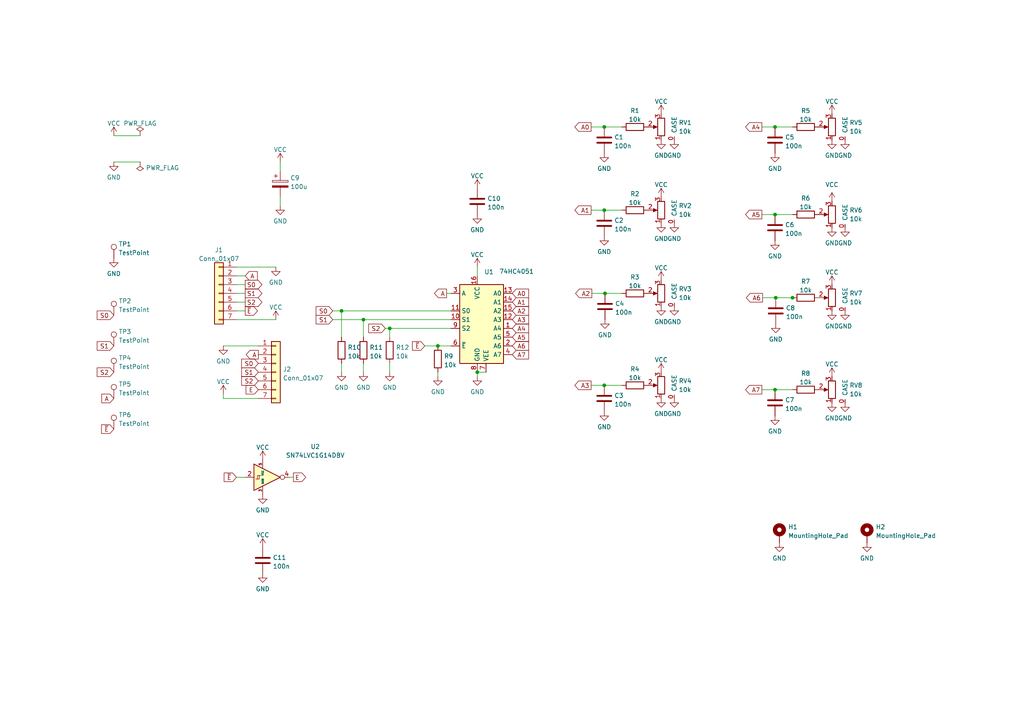
<source format=kicad_sch>
(kicad_sch (version 20211123) (generator eeschema)

  (uuid 8129b598-73a2-43d5-ab1e-71fa35337b52)

  (paper "A4")

  (title_block
    (title "8-knobs-san")
    (date "2022-12-21")
    (rev "20221221")
    (company "Kinoshita Laboratory")
  )

  (lib_symbols
    (symbol "74xGxx:SN74LVC1G14DBV" (in_bom yes) (on_board yes)
      (property "Reference" "U" (id 0) (at -2.54 5.08 0)
        (effects (font (size 1.27 1.27)))
      )
      (property "Value" "SN74LVC1G14DBV" (id 1) (at 10.16 5.08 0)
        (effects (font (size 1.27 1.27)))
      )
      (property "Footprint" "Package_TO_SOT_SMD:SOT-23-5" (id 2) (at 0 -6.35 0)
        (effects (font (size 1.27 1.27)) hide)
      )
      (property "Datasheet" "http://www.ti.com/lit/ds/symlink/sn74lvc1g14.pdf" (id 3) (at 0 0 0)
        (effects (font (size 1.27 1.27)) hide)
      )
      (property "ki_keywords" "Inverter Schmitt Trigger" (id 4) (at 0 0 0)
        (effects (font (size 1.27 1.27)) hide)
      )
      (property "ki_description" "Single Schmitt-Trigger Inverter, SOT-23" (id 5) (at 0 0 0)
        (effects (font (size 1.27 1.27)) hide)
      )
      (property "ki_fp_filters" "SOT?23*" (id 6) (at 0 0 0)
        (effects (font (size 1.27 1.27)) hide)
      )
      (symbol "SN74LVC1G14DBV_0_1"
        (polyline
          (pts
            (xy -1.016 0.508)
            (xy -0.508 0.508)
          )
          (stroke (width 0) (type default) (color 0 0 0 0))
          (fill (type none))
        )
        (polyline
          (pts
            (xy -2.54 3.81)
            (xy -2.54 -3.81)
            (xy 5.08 0)
            (xy -2.54 3.81)
          )
          (stroke (width 0.254) (type default) (color 0 0 0 0))
          (fill (type background))
        )
        (polyline
          (pts
            (xy -1.524 -0.508)
            (xy -1.524 0.508)
            (xy -1.016 0.508)
            (xy -1.016 -0.508)
            (xy -2.032 -0.508)
          )
          (stroke (width 0) (type default) (color 0 0 0 0))
          (fill (type none))
        )
        (circle (center 5.715 0) (radius 0.635)
          (stroke (width 0) (type default) (color 0 0 0 0))
          (fill (type none))
        )
      )
      (symbol "SN74LVC1G14DBV_1_1"
        (pin no_connect line (at 5.08 0 180) (length 2.54) hide
          (name "NC" (effects (font (size 1.27 1.27))))
          (number "1" (effects (font (size 1.27 1.27))))
        )
        (pin input line (at -5.08 0 0) (length 2.54)
          (name "~" (effects (font (size 1.27 1.27))))
          (number "2" (effects (font (size 1.27 1.27))))
        )
        (pin power_in line (at 0 -5.08 90) (length 2.54)
          (name "GND" (effects (font (size 0.508 0.508))))
          (number "3" (effects (font (size 0.762 0.762))))
        )
        (pin output line (at 7.62 0 180) (length 1.27)
          (name "~" (effects (font (size 1.27 1.27))))
          (number "4" (effects (font (size 1.27 1.27))))
        )
        (pin power_in line (at 0 5.08 270) (length 2.54)
          (name "VCC" (effects (font (size 0.508 0.508))))
          (number "5" (effects (font (size 0.762 0.762))))
        )
      )
    )
    (symbol "74xx:74HC4051" (in_bom yes) (on_board yes)
      (property "Reference" "U" (id 0) (at -5.08 11.43 0)
        (effects (font (size 1.27 1.27)))
      )
      (property "Value" "74HC4051" (id 1) (at -7.62 -13.97 0)
        (effects (font (size 1.27 1.27)))
      )
      (property "Footprint" "" (id 2) (at 0 -10.16 0)
        (effects (font (size 1.27 1.27)) hide)
      )
      (property "Datasheet" "http://www.ti.com/lit/ds/symlink/cd74hc4051.pdf" (id 3) (at 0 -10.16 0)
        (effects (font (size 1.27 1.27)) hide)
      )
      (property "ki_keywords" "HCMOS Multiplexer Demultiplexer Analog" (id 4) (at 0 0 0)
        (effects (font (size 1.27 1.27)) hide)
      )
      (property "ki_description" "8-channel analog multiplexer/demultiplexer, DIP-16/SOIC-16/TSSOP-16" (id 5) (at 0 0 0)
        (effects (font (size 1.27 1.27)) hide)
      )
      (property "ki_fp_filters" "DIP*W7.62mm* SOIC*3.9x9.9mm*P1.27mm* SOIC*5.3x10.2mm*P1.27mm* TSSOP*4.4x5mm*P0.65mm*" (id 6) (at 0 0 0)
        (effects (font (size 1.27 1.27)) hide)
      )
      (symbol "74HC4051_0_1"
        (rectangle (start -5.08 10.16) (end 7.62 -12.7)
          (stroke (width 0.254) (type default) (color 0 0 0 0))
          (fill (type background))
        )
      )
      (symbol "74HC4051_1_1"
        (pin passive line (at 10.16 -2.54 180) (length 2.54)
          (name "A4" (effects (font (size 1.27 1.27))))
          (number "1" (effects (font (size 1.27 1.27))))
        )
        (pin input line (at -7.62 0 0) (length 2.54)
          (name "S1" (effects (font (size 1.27 1.27))))
          (number "10" (effects (font (size 1.27 1.27))))
        )
        (pin input line (at -7.62 2.54 0) (length 2.54)
          (name "S0" (effects (font (size 1.27 1.27))))
          (number "11" (effects (font (size 1.27 1.27))))
        )
        (pin passive line (at 10.16 0 180) (length 2.54)
          (name "A3" (effects (font (size 1.27 1.27))))
          (number "12" (effects (font (size 1.27 1.27))))
        )
        (pin passive line (at 10.16 7.62 180) (length 2.54)
          (name "A0" (effects (font (size 1.27 1.27))))
          (number "13" (effects (font (size 1.27 1.27))))
        )
        (pin passive line (at 10.16 5.08 180) (length 2.54)
          (name "A1" (effects (font (size 1.27 1.27))))
          (number "14" (effects (font (size 1.27 1.27))))
        )
        (pin passive line (at 10.16 2.54 180) (length 2.54)
          (name "A2" (effects (font (size 1.27 1.27))))
          (number "15" (effects (font (size 1.27 1.27))))
        )
        (pin power_in line (at 0 12.7 270) (length 2.54)
          (name "VCC" (effects (font (size 1.27 1.27))))
          (number "16" (effects (font (size 1.27 1.27))))
        )
        (pin passive line (at 10.16 -7.62 180) (length 2.54)
          (name "A6" (effects (font (size 1.27 1.27))))
          (number "2" (effects (font (size 1.27 1.27))))
        )
        (pin passive line (at -7.62 7.62 0) (length 2.54)
          (name "A" (effects (font (size 1.27 1.27))))
          (number "3" (effects (font (size 1.27 1.27))))
        )
        (pin passive line (at 10.16 -10.16 180) (length 2.54)
          (name "A7" (effects (font (size 1.27 1.27))))
          (number "4" (effects (font (size 1.27 1.27))))
        )
        (pin passive line (at 10.16 -5.08 180) (length 2.54)
          (name "A5" (effects (font (size 1.27 1.27))))
          (number "5" (effects (font (size 1.27 1.27))))
        )
        (pin input line (at -7.62 -7.62 0) (length 2.54)
          (name "~{E}" (effects (font (size 1.27 1.27))))
          (number "6" (effects (font (size 1.27 1.27))))
        )
        (pin power_in line (at 2.54 -15.24 90) (length 2.54)
          (name "VEE" (effects (font (size 1.27 1.27))))
          (number "7" (effects (font (size 1.27 1.27))))
        )
        (pin power_in line (at 0 -15.24 90) (length 2.54)
          (name "GND" (effects (font (size 1.27 1.27))))
          (number "8" (effects (font (size 1.27 1.27))))
        )
        (pin input line (at -7.62 -2.54 0) (length 2.54)
          (name "S2" (effects (font (size 1.27 1.27))))
          (number "9" (effects (font (size 1.27 1.27))))
        )
      )
    )
    (symbol "8-knobs-san:R_POT_W_GND" (pin_names (offset 1.016)) (in_bom yes) (on_board yes)
      (property "Reference" "RV" (id 0) (at -7.62 0 90)
        (effects (font (size 1.27 1.27)))
      )
      (property "Value" "R_POT_W_GND" (id 1) (at -6.35 0 90)
        (effects (font (size 1.27 1.27)))
      )
      (property "Footprint" "" (id 2) (at 0 0 0)
        (effects (font (size 1.27 1.27)) hide)
      )
      (property "Datasheet" "~" (id 3) (at 0 0 0)
        (effects (font (size 1.27 1.27)) hide)
      )
      (property "ki_keywords" "resistor variable" (id 4) (at 0 0 0)
        (effects (font (size 1.27 1.27)) hide)
      )
      (property "ki_description" "Potentiometer" (id 5) (at 0 0 0)
        (effects (font (size 1.27 1.27)) hide)
      )
      (property "ki_fp_filters" "Potentiometer*" (id 6) (at 0 0 0)
        (effects (font (size 1.27 1.27)) hide)
      )
      (symbol "R_POT_W_GND_0_1"
        (polyline
          (pts
            (xy 2.54 0)
            (xy 1.524 0)
          )
          (stroke (width 0) (type default) (color 0 0 0 0))
          (fill (type none))
        )
        (polyline
          (pts
            (xy 1.143 0)
            (xy 2.286 0.508)
            (xy 2.286 -0.508)
            (xy 1.143 0)
          )
          (stroke (width 0) (type default) (color 0 0 0 0))
          (fill (type outline))
        )
        (rectangle (start 1.016 2.54) (end -1.016 -2.54)
          (stroke (width 0.254) (type default) (color 0 0 0 0))
          (fill (type none))
        )
      )
      (symbol "R_POT_W_GND_1_1"
        (pin input line (at -3.81 3.81 270) (length 0.9906)
          (name "CASE" (effects (font (size 1.27 1.27))))
          (number "0" (effects (font (size 1.27 1.27))))
        )
        (pin passive line (at 0 3.81 270) (length 1.27)
          (name "~" (effects (font (size 1.27 1.27))))
          (number "1" (effects (font (size 1.27 1.27))))
        )
        (pin passive line (at 3.81 0 180) (length 1.27)
          (name "~" (effects (font (size 1.27 1.27))))
          (number "2" (effects (font (size 1.27 1.27))))
        )
        (pin passive line (at 0 -3.81 90) (length 1.27)
          (name "~" (effects (font (size 1.27 1.27))))
          (number "3" (effects (font (size 1.27 1.27))))
        )
      )
    )
    (symbol "Connector:TestPoint" (pin_numbers hide) (pin_names (offset 0.762) hide) (in_bom yes) (on_board yes)
      (property "Reference" "TP" (id 0) (at 0 6.858 0)
        (effects (font (size 1.27 1.27)))
      )
      (property "Value" "TestPoint" (id 1) (at 0 5.08 0)
        (effects (font (size 1.27 1.27)))
      )
      (property "Footprint" "" (id 2) (at 5.08 0 0)
        (effects (font (size 1.27 1.27)) hide)
      )
      (property "Datasheet" "~" (id 3) (at 5.08 0 0)
        (effects (font (size 1.27 1.27)) hide)
      )
      (property "ki_keywords" "test point tp" (id 4) (at 0 0 0)
        (effects (font (size 1.27 1.27)) hide)
      )
      (property "ki_description" "test point" (id 5) (at 0 0 0)
        (effects (font (size 1.27 1.27)) hide)
      )
      (property "ki_fp_filters" "Pin* Test*" (id 6) (at 0 0 0)
        (effects (font (size 1.27 1.27)) hide)
      )
      (symbol "TestPoint_0_1"
        (circle (center 0 3.302) (radius 0.762)
          (stroke (width 0) (type default) (color 0 0 0 0))
          (fill (type none))
        )
      )
      (symbol "TestPoint_1_1"
        (pin passive line (at 0 0 90) (length 2.54)
          (name "1" (effects (font (size 1.27 1.27))))
          (number "1" (effects (font (size 1.27 1.27))))
        )
      )
    )
    (symbol "Connector_Generic:Conn_01x07" (pin_names (offset 1.016) hide) (in_bom yes) (on_board yes)
      (property "Reference" "J" (id 0) (at 0 10.16 0)
        (effects (font (size 1.27 1.27)))
      )
      (property "Value" "Conn_01x07" (id 1) (at 0 -10.16 0)
        (effects (font (size 1.27 1.27)))
      )
      (property "Footprint" "" (id 2) (at 0 0 0)
        (effects (font (size 1.27 1.27)) hide)
      )
      (property "Datasheet" "~" (id 3) (at 0 0 0)
        (effects (font (size 1.27 1.27)) hide)
      )
      (property "ki_keywords" "connector" (id 4) (at 0 0 0)
        (effects (font (size 1.27 1.27)) hide)
      )
      (property "ki_description" "Generic connector, single row, 01x07, script generated (kicad-library-utils/schlib/autogen/connector/)" (id 5) (at 0 0 0)
        (effects (font (size 1.27 1.27)) hide)
      )
      (property "ki_fp_filters" "Connector*:*_1x??_*" (id 6) (at 0 0 0)
        (effects (font (size 1.27 1.27)) hide)
      )
      (symbol "Conn_01x07_1_1"
        (rectangle (start -1.27 -7.493) (end 0 -7.747)
          (stroke (width 0.1524) (type default) (color 0 0 0 0))
          (fill (type none))
        )
        (rectangle (start -1.27 -4.953) (end 0 -5.207)
          (stroke (width 0.1524) (type default) (color 0 0 0 0))
          (fill (type none))
        )
        (rectangle (start -1.27 -2.413) (end 0 -2.667)
          (stroke (width 0.1524) (type default) (color 0 0 0 0))
          (fill (type none))
        )
        (rectangle (start -1.27 0.127) (end 0 -0.127)
          (stroke (width 0.1524) (type default) (color 0 0 0 0))
          (fill (type none))
        )
        (rectangle (start -1.27 2.667) (end 0 2.413)
          (stroke (width 0.1524) (type default) (color 0 0 0 0))
          (fill (type none))
        )
        (rectangle (start -1.27 5.207) (end 0 4.953)
          (stroke (width 0.1524) (type default) (color 0 0 0 0))
          (fill (type none))
        )
        (rectangle (start -1.27 7.747) (end 0 7.493)
          (stroke (width 0.1524) (type default) (color 0 0 0 0))
          (fill (type none))
        )
        (rectangle (start -1.27 8.89) (end 1.27 -8.89)
          (stroke (width 0.254) (type default) (color 0 0 0 0))
          (fill (type background))
        )
        (pin passive line (at -5.08 7.62 0) (length 3.81)
          (name "Pin_1" (effects (font (size 1.27 1.27))))
          (number "1" (effects (font (size 1.27 1.27))))
        )
        (pin passive line (at -5.08 5.08 0) (length 3.81)
          (name "Pin_2" (effects (font (size 1.27 1.27))))
          (number "2" (effects (font (size 1.27 1.27))))
        )
        (pin passive line (at -5.08 2.54 0) (length 3.81)
          (name "Pin_3" (effects (font (size 1.27 1.27))))
          (number "3" (effects (font (size 1.27 1.27))))
        )
        (pin passive line (at -5.08 0 0) (length 3.81)
          (name "Pin_4" (effects (font (size 1.27 1.27))))
          (number "4" (effects (font (size 1.27 1.27))))
        )
        (pin passive line (at -5.08 -2.54 0) (length 3.81)
          (name "Pin_5" (effects (font (size 1.27 1.27))))
          (number "5" (effects (font (size 1.27 1.27))))
        )
        (pin passive line (at -5.08 -5.08 0) (length 3.81)
          (name "Pin_6" (effects (font (size 1.27 1.27))))
          (number "6" (effects (font (size 1.27 1.27))))
        )
        (pin passive line (at -5.08 -7.62 0) (length 3.81)
          (name "Pin_7" (effects (font (size 1.27 1.27))))
          (number "7" (effects (font (size 1.27 1.27))))
        )
      )
    )
    (symbol "Device:C" (pin_numbers hide) (pin_names (offset 0.254)) (in_bom yes) (on_board yes)
      (property "Reference" "C" (id 0) (at 0.635 2.54 0)
        (effects (font (size 1.27 1.27)) (justify left))
      )
      (property "Value" "C" (id 1) (at 0.635 -2.54 0)
        (effects (font (size 1.27 1.27)) (justify left))
      )
      (property "Footprint" "" (id 2) (at 0.9652 -3.81 0)
        (effects (font (size 1.27 1.27)) hide)
      )
      (property "Datasheet" "~" (id 3) (at 0 0 0)
        (effects (font (size 1.27 1.27)) hide)
      )
      (property "ki_keywords" "cap capacitor" (id 4) (at 0 0 0)
        (effects (font (size 1.27 1.27)) hide)
      )
      (property "ki_description" "Unpolarized capacitor" (id 5) (at 0 0 0)
        (effects (font (size 1.27 1.27)) hide)
      )
      (property "ki_fp_filters" "C_*" (id 6) (at 0 0 0)
        (effects (font (size 1.27 1.27)) hide)
      )
      (symbol "C_0_1"
        (polyline
          (pts
            (xy -2.032 -0.762)
            (xy 2.032 -0.762)
          )
          (stroke (width 0.508) (type default) (color 0 0 0 0))
          (fill (type none))
        )
        (polyline
          (pts
            (xy -2.032 0.762)
            (xy 2.032 0.762)
          )
          (stroke (width 0.508) (type default) (color 0 0 0 0))
          (fill (type none))
        )
      )
      (symbol "C_1_1"
        (pin passive line (at 0 3.81 270) (length 2.794)
          (name "~" (effects (font (size 1.27 1.27))))
          (number "1" (effects (font (size 1.27 1.27))))
        )
        (pin passive line (at 0 -3.81 90) (length 2.794)
          (name "~" (effects (font (size 1.27 1.27))))
          (number "2" (effects (font (size 1.27 1.27))))
        )
      )
    )
    (symbol "Device:C_Polarized" (pin_numbers hide) (pin_names (offset 0.254)) (in_bom yes) (on_board yes)
      (property "Reference" "C" (id 0) (at 0.635 2.54 0)
        (effects (font (size 1.27 1.27)) (justify left))
      )
      (property "Value" "C_Polarized" (id 1) (at 0.635 -2.54 0)
        (effects (font (size 1.27 1.27)) (justify left))
      )
      (property "Footprint" "" (id 2) (at 0.9652 -3.81 0)
        (effects (font (size 1.27 1.27)) hide)
      )
      (property "Datasheet" "~" (id 3) (at 0 0 0)
        (effects (font (size 1.27 1.27)) hide)
      )
      (property "ki_keywords" "cap capacitor" (id 4) (at 0 0 0)
        (effects (font (size 1.27 1.27)) hide)
      )
      (property "ki_description" "Polarized capacitor" (id 5) (at 0 0 0)
        (effects (font (size 1.27 1.27)) hide)
      )
      (property "ki_fp_filters" "CP_*" (id 6) (at 0 0 0)
        (effects (font (size 1.27 1.27)) hide)
      )
      (symbol "C_Polarized_0_1"
        (rectangle (start -2.286 0.508) (end 2.286 1.016)
          (stroke (width 0) (type default) (color 0 0 0 0))
          (fill (type none))
        )
        (polyline
          (pts
            (xy -1.778 2.286)
            (xy -0.762 2.286)
          )
          (stroke (width 0) (type default) (color 0 0 0 0))
          (fill (type none))
        )
        (polyline
          (pts
            (xy -1.27 2.794)
            (xy -1.27 1.778)
          )
          (stroke (width 0) (type default) (color 0 0 0 0))
          (fill (type none))
        )
        (rectangle (start 2.286 -0.508) (end -2.286 -1.016)
          (stroke (width 0) (type default) (color 0 0 0 0))
          (fill (type outline))
        )
      )
      (symbol "C_Polarized_1_1"
        (pin passive line (at 0 3.81 270) (length 2.794)
          (name "~" (effects (font (size 1.27 1.27))))
          (number "1" (effects (font (size 1.27 1.27))))
        )
        (pin passive line (at 0 -3.81 90) (length 2.794)
          (name "~" (effects (font (size 1.27 1.27))))
          (number "2" (effects (font (size 1.27 1.27))))
        )
      )
    )
    (symbol "Device:R" (pin_numbers hide) (pin_names (offset 0)) (in_bom yes) (on_board yes)
      (property "Reference" "R" (id 0) (at 2.032 0 90)
        (effects (font (size 1.27 1.27)))
      )
      (property "Value" "R" (id 1) (at 0 0 90)
        (effects (font (size 1.27 1.27)))
      )
      (property "Footprint" "" (id 2) (at -1.778 0 90)
        (effects (font (size 1.27 1.27)) hide)
      )
      (property "Datasheet" "~" (id 3) (at 0 0 0)
        (effects (font (size 1.27 1.27)) hide)
      )
      (property "ki_keywords" "R res resistor" (id 4) (at 0 0 0)
        (effects (font (size 1.27 1.27)) hide)
      )
      (property "ki_description" "Resistor" (id 5) (at 0 0 0)
        (effects (font (size 1.27 1.27)) hide)
      )
      (property "ki_fp_filters" "R_*" (id 6) (at 0 0 0)
        (effects (font (size 1.27 1.27)) hide)
      )
      (symbol "R_0_1"
        (rectangle (start -1.016 -2.54) (end 1.016 2.54)
          (stroke (width 0.254) (type default) (color 0 0 0 0))
          (fill (type none))
        )
      )
      (symbol "R_1_1"
        (pin passive line (at 0 3.81 270) (length 1.27)
          (name "~" (effects (font (size 1.27 1.27))))
          (number "1" (effects (font (size 1.27 1.27))))
        )
        (pin passive line (at 0 -3.81 90) (length 1.27)
          (name "~" (effects (font (size 1.27 1.27))))
          (number "2" (effects (font (size 1.27 1.27))))
        )
      )
    )
    (symbol "Mechanical:MountingHole_Pad" (pin_numbers hide) (pin_names (offset 1.016) hide) (in_bom yes) (on_board yes)
      (property "Reference" "H" (id 0) (at 0 6.35 0)
        (effects (font (size 1.27 1.27)))
      )
      (property "Value" "MountingHole_Pad" (id 1) (at 0 4.445 0)
        (effects (font (size 1.27 1.27)))
      )
      (property "Footprint" "" (id 2) (at 0 0 0)
        (effects (font (size 1.27 1.27)) hide)
      )
      (property "Datasheet" "~" (id 3) (at 0 0 0)
        (effects (font (size 1.27 1.27)) hide)
      )
      (property "ki_keywords" "mounting hole" (id 4) (at 0 0 0)
        (effects (font (size 1.27 1.27)) hide)
      )
      (property "ki_description" "Mounting Hole with connection" (id 5) (at 0 0 0)
        (effects (font (size 1.27 1.27)) hide)
      )
      (property "ki_fp_filters" "MountingHole*Pad*" (id 6) (at 0 0 0)
        (effects (font (size 1.27 1.27)) hide)
      )
      (symbol "MountingHole_Pad_0_1"
        (circle (center 0 1.27) (radius 1.27)
          (stroke (width 1.27) (type default) (color 0 0 0 0))
          (fill (type none))
        )
      )
      (symbol "MountingHole_Pad_1_1"
        (pin input line (at 0 -2.54 90) (length 2.54)
          (name "1" (effects (font (size 1.27 1.27))))
          (number "1" (effects (font (size 1.27 1.27))))
        )
      )
    )
    (symbol "power:GND" (power) (pin_names (offset 0)) (in_bom yes) (on_board yes)
      (property "Reference" "#PWR" (id 0) (at 0 -6.35 0)
        (effects (font (size 1.27 1.27)) hide)
      )
      (property "Value" "GND" (id 1) (at 0 -3.81 0)
        (effects (font (size 1.27 1.27)))
      )
      (property "Footprint" "" (id 2) (at 0 0 0)
        (effects (font (size 1.27 1.27)) hide)
      )
      (property "Datasheet" "" (id 3) (at 0 0 0)
        (effects (font (size 1.27 1.27)) hide)
      )
      (property "ki_keywords" "power-flag" (id 4) (at 0 0 0)
        (effects (font (size 1.27 1.27)) hide)
      )
      (property "ki_description" "Power symbol creates a global label with name \"GND\" , ground" (id 5) (at 0 0 0)
        (effects (font (size 1.27 1.27)) hide)
      )
      (symbol "GND_0_1"
        (polyline
          (pts
            (xy 0 0)
            (xy 0 -1.27)
            (xy 1.27 -1.27)
            (xy 0 -2.54)
            (xy -1.27 -1.27)
            (xy 0 -1.27)
          )
          (stroke (width 0) (type default) (color 0 0 0 0))
          (fill (type none))
        )
      )
      (symbol "GND_1_1"
        (pin power_in line (at 0 0 270) (length 0) hide
          (name "GND" (effects (font (size 1.27 1.27))))
          (number "1" (effects (font (size 1.27 1.27))))
        )
      )
    )
    (symbol "power:PWR_FLAG" (power) (pin_numbers hide) (pin_names (offset 0) hide) (in_bom yes) (on_board yes)
      (property "Reference" "#FLG" (id 0) (at 0 1.905 0)
        (effects (font (size 1.27 1.27)) hide)
      )
      (property "Value" "PWR_FLAG" (id 1) (at 0 3.81 0)
        (effects (font (size 1.27 1.27)))
      )
      (property "Footprint" "" (id 2) (at 0 0 0)
        (effects (font (size 1.27 1.27)) hide)
      )
      (property "Datasheet" "~" (id 3) (at 0 0 0)
        (effects (font (size 1.27 1.27)) hide)
      )
      (property "ki_keywords" "power-flag" (id 4) (at 0 0 0)
        (effects (font (size 1.27 1.27)) hide)
      )
      (property "ki_description" "Special symbol for telling ERC where power comes from" (id 5) (at 0 0 0)
        (effects (font (size 1.27 1.27)) hide)
      )
      (symbol "PWR_FLAG_0_0"
        (pin power_out line (at 0 0 90) (length 0)
          (name "pwr" (effects (font (size 1.27 1.27))))
          (number "1" (effects (font (size 1.27 1.27))))
        )
      )
      (symbol "PWR_FLAG_0_1"
        (polyline
          (pts
            (xy 0 0)
            (xy 0 1.27)
            (xy -1.016 1.905)
            (xy 0 2.54)
            (xy 1.016 1.905)
            (xy 0 1.27)
          )
          (stroke (width 0) (type default) (color 0 0 0 0))
          (fill (type none))
        )
      )
    )
    (symbol "power:VCC" (power) (pin_names (offset 0)) (in_bom yes) (on_board yes)
      (property "Reference" "#PWR" (id 0) (at 0 -3.81 0)
        (effects (font (size 1.27 1.27)) hide)
      )
      (property "Value" "VCC" (id 1) (at 0 3.81 0)
        (effects (font (size 1.27 1.27)))
      )
      (property "Footprint" "" (id 2) (at 0 0 0)
        (effects (font (size 1.27 1.27)) hide)
      )
      (property "Datasheet" "" (id 3) (at 0 0 0)
        (effects (font (size 1.27 1.27)) hide)
      )
      (property "ki_keywords" "power-flag" (id 4) (at 0 0 0)
        (effects (font (size 1.27 1.27)) hide)
      )
      (property "ki_description" "Power symbol creates a global label with name \"VCC\"" (id 5) (at 0 0 0)
        (effects (font (size 1.27 1.27)) hide)
      )
      (symbol "VCC_0_1"
        (polyline
          (pts
            (xy -0.762 1.27)
            (xy 0 2.54)
          )
          (stroke (width 0) (type default) (color 0 0 0 0))
          (fill (type none))
        )
        (polyline
          (pts
            (xy 0 0)
            (xy 0 2.54)
          )
          (stroke (width 0) (type default) (color 0 0 0 0))
          (fill (type none))
        )
        (polyline
          (pts
            (xy 0 2.54)
            (xy 0.762 1.27)
          )
          (stroke (width 0) (type default) (color 0 0 0 0))
          (fill (type none))
        )
      )
      (symbol "VCC_1_1"
        (pin power_in line (at 0 0 90) (length 0) hide
          (name "VCC" (effects (font (size 1.27 1.27))))
          (number "1" (effects (font (size 1.27 1.27))))
        )
      )
    )
  )

  (junction (at 175.26 36.83) (diameter 0) (color 0 0 0 0)
    (uuid 088a2b40-2a68-4966-9d3a-751f3db1fe17)
  )
  (junction (at 138.43 107.95) (diameter 0) (color 0 0 0 0)
    (uuid 1f260424-0b5e-44b7-bc16-1af858e19b7b)
  )
  (junction (at 224.79 36.83) (diameter 0) (color 0 0 0 0)
    (uuid 29ff732c-efb2-4660-aeaa-7b8f229c5777)
  )
  (junction (at 229.87 86.36) (diameter 0) (color 0 0 0 0)
    (uuid 3f3814d4-c4fc-4454-a015-ea5dc99946b7)
  )
  (junction (at 175.4713 85.09) (diameter 0) (color 0 0 0 0)
    (uuid 4d6c5c71-5dbc-4159-9eb6-3528fffccd24)
  )
  (junction (at 225.0013 86.36) (diameter 0) (color 0 0 0 0)
    (uuid 4f5cd28a-baeb-47da-81db-9d0d499d55f5)
  )
  (junction (at 99.06 90.17) (diameter 0) (color 0 0 0 0)
    (uuid 6e1a3406-3b71-4c65-9513-a04c6cf113eb)
  )
  (junction (at 175.26 60.96) (diameter 0) (color 0 0 0 0)
    (uuid 7a7bc959-dbc9-4c40-bee3-ed444253e3b1)
  )
  (junction (at 224.79 113.03) (diameter 0) (color 0 0 0 0)
    (uuid 810f8e14-d487-4ce7-92fe-4f2a4230f9e1)
  )
  (junction (at 175.26 111.76) (diameter 0) (color 0 0 0 0)
    (uuid a7a92be8-9cce-496d-ad25-ecee15cbffb5)
  )
  (junction (at 127 100.33) (diameter 0) (color 0 0 0 0)
    (uuid d33ba70a-b720-4316-9ff8-b77dd67ac9a0)
  )
  (junction (at 224.79 62.23) (diameter 0) (color 0 0 0 0)
    (uuid d9a3e152-0a0e-4f00-b84a-897d09167a74)
  )
  (junction (at 105.41 92.71) (diameter 0) (color 0 0 0 0)
    (uuid db3ce8b6-9070-4952-9615-81fa0b8da537)
  )
  (junction (at 113.03 95.25) (diameter 0) (color 0 0 0 0)
    (uuid ff63d63f-4a90-4f23-9e02-56025375fdc4)
  )

  (wire (pts (xy 83.82 138.43) (xy 85.09 138.43))
    (stroke (width 0) (type default) (color 0 0 0 0))
    (uuid 02535ec9-cc9d-432c-ab8e-d0df75b674a3)
  )
  (wire (pts (xy 129.54 85.09) (xy 130.81 85.09))
    (stroke (width 0) (type default) (color 0 0 0 0))
    (uuid 054ff967-8eed-497a-b49f-06509a73e68b)
  )
  (wire (pts (xy 225.0013 86.36) (xy 229.87 86.36))
    (stroke (width 0) (type default) (color 0 0 0 0))
    (uuid 0662c32f-8c55-4ed9-9f6b-b5862a04a41e)
  )
  (wire (pts (xy 33.02 46.99) (xy 40.64 46.99))
    (stroke (width 0) (type default) (color 0 0 0 0))
    (uuid 1b6e65c3-382e-4d89-bcf3-3f389f9c24f6)
  )
  (wire (pts (xy 64.77 114.3) (xy 64.77 115.57))
    (stroke (width 0) (type default) (color 0 0 0 0))
    (uuid 2771e6b3-78c9-49ae-9bbc-0173b1e7829a)
  )
  (wire (pts (xy 220.98 113.03) (xy 224.79 113.03))
    (stroke (width 0) (type default) (color 0 0 0 0))
    (uuid 2b67bf17-57eb-4e8c-a60d-40e6c00298d0)
  )
  (wire (pts (xy 64.77 100.33) (xy 74.93 100.33))
    (stroke (width 0) (type default) (color 0 0 0 0))
    (uuid 34813b17-4efd-4fa1-9e65-12c9d15bf1a7)
  )
  (wire (pts (xy 81.28 46.99) (xy 81.28 49.53))
    (stroke (width 0) (type default) (color 0 0 0 0))
    (uuid 402f0c5a-616d-4f98-98c4-b4a7065e316a)
  )
  (wire (pts (xy 224.79 113.03) (xy 229.87 113.03))
    (stroke (width 0) (type default) (color 0 0 0 0))
    (uuid 4aa25f2e-5dc5-4ac9-b04e-832ac442033a)
  )
  (wire (pts (xy 68.58 90.17) (xy 71.12 90.17))
    (stroke (width 0) (type default) (color 0 0 0 0))
    (uuid 4b513a76-17ec-49af-a6fb-560862a1f45c)
  )
  (wire (pts (xy 229.87 86.36) (xy 230.0813 86.36))
    (stroke (width 0) (type default) (color 0 0 0 0))
    (uuid 4c9aee88-7988-4e50-9141-c04580c4141b)
  )
  (wire (pts (xy 224.79 62.23) (xy 229.87 62.23))
    (stroke (width 0) (type default) (color 0 0 0 0))
    (uuid 4cf13ef4-dd9b-45d1-b558-4458c7c12a03)
  )
  (wire (pts (xy 81.28 57.15) (xy 81.28 59.69))
    (stroke (width 0) (type default) (color 0 0 0 0))
    (uuid 604e58c4-c36f-4429-9604-5ac9c7e1a11b)
  )
  (wire (pts (xy 33.02 39.37) (xy 40.64 39.37))
    (stroke (width 0) (type default) (color 0 0 0 0))
    (uuid 652e4e00-06a9-4b5f-98c5-22881b0f443f)
  )
  (wire (pts (xy 105.41 92.71) (xy 105.41 97.79))
    (stroke (width 0) (type default) (color 0 0 0 0))
    (uuid 686afe74-894a-4625-9507-7133d132293e)
  )
  (wire (pts (xy 99.06 90.17) (xy 99.06 97.79))
    (stroke (width 0) (type default) (color 0 0 0 0))
    (uuid 6c544d5c-b713-4e91-87db-b260a5592f8d)
  )
  (wire (pts (xy 171.6613 85.09) (xy 175.4713 85.09))
    (stroke (width 0) (type default) (color 0 0 0 0))
    (uuid 6f92cc69-828b-4188-b839-a326e7a71b13)
  )
  (wire (pts (xy 127 107.95) (xy 127 109.22))
    (stroke (width 0) (type default) (color 0 0 0 0))
    (uuid 784d14b9-c5bd-4b20-918d-5f6c8e4a384b)
  )
  (wire (pts (xy 68.58 85.09) (xy 71.12 85.09))
    (stroke (width 0) (type default) (color 0 0 0 0))
    (uuid 88b56ec9-cff6-4131-b285-253714bde5e8)
  )
  (wire (pts (xy 175.26 111.76) (xy 180.34 111.76))
    (stroke (width 0) (type default) (color 0 0 0 0))
    (uuid 8e7afca7-906e-491c-9ba9-5a4001b43745)
  )
  (wire (pts (xy 171.45 36.83) (xy 175.26 36.83))
    (stroke (width 0) (type default) (color 0 0 0 0))
    (uuid 8ead6f1c-ea74-4887-9931-6124c333f1e7)
  )
  (wire (pts (xy 68.58 138.43) (xy 71.12 138.43))
    (stroke (width 0) (type default) (color 0 0 0 0))
    (uuid 93b5ad7e-ba07-4a14-ac1c-5f5ceeae470e)
  )
  (wire (pts (xy 138.43 77.47) (xy 138.43 80.01))
    (stroke (width 0) (type default) (color 0 0 0 0))
    (uuid 967d49de-b5ef-42d1-b4ee-e2ddd102486a)
  )
  (wire (pts (xy 175.26 36.83) (xy 180.34 36.83))
    (stroke (width 0) (type default) (color 0 0 0 0))
    (uuid a39e3b32-c98a-4811-9009-2cd8596f9e7a)
  )
  (wire (pts (xy 96.52 90.17) (xy 99.06 90.17))
    (stroke (width 0) (type default) (color 0 0 0 0))
    (uuid a67739d4-8e01-4de8-a6f4-3cdc41eb4ea8)
  )
  (wire (pts (xy 68.58 87.63) (xy 71.12 87.63))
    (stroke (width 0) (type default) (color 0 0 0 0))
    (uuid a7745799-f5db-44d3-862e-26f100c8dd1e)
  )
  (wire (pts (xy 96.52 92.71) (xy 105.41 92.71))
    (stroke (width 0) (type default) (color 0 0 0 0))
    (uuid aa1d34d1-e399-4bd4-9265-dcaa11b9655d)
  )
  (wire (pts (xy 99.06 90.17) (xy 130.81 90.17))
    (stroke (width 0) (type default) (color 0 0 0 0))
    (uuid acbbba1c-cb4d-4035-80c6-09d16490becc)
  )
  (wire (pts (xy 68.58 92.71) (xy 80.01 92.71))
    (stroke (width 0) (type default) (color 0 0 0 0))
    (uuid ad62fff1-b844-4369-a5e2-b359b85c0cc0)
  )
  (wire (pts (xy 123.19 100.33) (xy 127 100.33))
    (stroke (width 0) (type default) (color 0 0 0 0))
    (uuid b2189ad2-8ad0-400c-a731-b18b84d1de14)
  )
  (wire (pts (xy 221.1913 86.36) (xy 225.0013 86.36))
    (stroke (width 0) (type default) (color 0 0 0 0))
    (uuid b2a1a885-e96e-4066-ae92-f0cc9aa4c5ca)
  )
  (wire (pts (xy 171.45 111.76) (xy 175.26 111.76))
    (stroke (width 0) (type default) (color 0 0 0 0))
    (uuid b5afc278-ae7f-449c-b77a-a81c257182cd)
  )
  (wire (pts (xy 171.45 60.96) (xy 175.26 60.96))
    (stroke (width 0) (type default) (color 0 0 0 0))
    (uuid baa2cc20-6193-40c4-8a61-7856208772e7)
  )
  (wire (pts (xy 68.58 80.01) (xy 71.12 80.01))
    (stroke (width 0) (type default) (color 0 0 0 0))
    (uuid bbce1a69-92e9-4223-a614-3e2e48409fa1)
  )
  (wire (pts (xy 64.77 115.57) (xy 74.93 115.57))
    (stroke (width 0) (type default) (color 0 0 0 0))
    (uuid c02d4dbb-99b2-4f12-aa74-80813fc819dc)
  )
  (wire (pts (xy 113.03 95.25) (xy 113.03 97.79))
    (stroke (width 0) (type default) (color 0 0 0 0))
    (uuid c409378e-2b20-4e9b-a0e7-ea19e0fca447)
  )
  (wire (pts (xy 127 100.33) (xy 130.81 100.33))
    (stroke (width 0) (type default) (color 0 0 0 0))
    (uuid c779cef0-56f4-4ec0-9ccf-ea9e8ef84033)
  )
  (wire (pts (xy 113.03 95.25) (xy 130.81 95.25))
    (stroke (width 0) (type default) (color 0 0 0 0))
    (uuid cac11128-88c9-4320-90f8-79cba1d48767)
  )
  (wire (pts (xy 220.98 36.83) (xy 224.79 36.83))
    (stroke (width 0) (type default) (color 0 0 0 0))
    (uuid ce5761fb-d24d-400b-b97d-7cb9b9da13f7)
  )
  (wire (pts (xy 68.58 77.47) (xy 80.01 77.47))
    (stroke (width 0) (type default) (color 0 0 0 0))
    (uuid d2a0189d-1d42-4f3b-9365-fe7eec223679)
  )
  (wire (pts (xy 68.58 82.55) (xy 71.12 82.55))
    (stroke (width 0) (type default) (color 0 0 0 0))
    (uuid d2d5ef48-fbd3-4c04-b565-4b13f3a07b2e)
  )
  (wire (pts (xy 224.79 36.83) (xy 229.87 36.83))
    (stroke (width 0) (type default) (color 0 0 0 0))
    (uuid d42e8184-7463-43b9-a0ce-782c8610d8e1)
  )
  (wire (pts (xy 113.03 105.41) (xy 113.03 107.95))
    (stroke (width 0) (type default) (color 0 0 0 0))
    (uuid d9be8b36-8b01-4b8f-811b-761d285be4ed)
  )
  (wire (pts (xy 138.43 107.95) (xy 140.97 107.95))
    (stroke (width 0) (type default) (color 0 0 0 0))
    (uuid da2b298f-21fb-4e64-98e3-deaaf03c4ff2)
  )
  (wire (pts (xy 105.41 105.41) (xy 105.41 107.95))
    (stroke (width 0) (type default) (color 0 0 0 0))
    (uuid da5fb1ec-148a-40b1-808a-81b9f7408798)
  )
  (wire (pts (xy 220.98 62.23) (xy 224.79 62.23))
    (stroke (width 0) (type default) (color 0 0 0 0))
    (uuid dbcb3a3a-bd7b-4ba2-8fa8-fea447d33911)
  )
  (wire (pts (xy 175.26 60.96) (xy 180.34 60.96))
    (stroke (width 0) (type default) (color 0 0 0 0))
    (uuid e223a05a-51bb-4677-9031-538dda2b340f)
  )
  (wire (pts (xy 99.06 105.41) (xy 99.06 107.95))
    (stroke (width 0) (type default) (color 0 0 0 0))
    (uuid e96b4759-a711-428a-96f0-8d2c0ccc8198)
  )
  (wire (pts (xy 138.43 107.95) (xy 138.43 109.22))
    (stroke (width 0) (type default) (color 0 0 0 0))
    (uuid ec017628-7e5d-4f7a-af40-1b371c21157a)
  )
  (wire (pts (xy 105.41 92.71) (xy 130.81 92.71))
    (stroke (width 0) (type default) (color 0 0 0 0))
    (uuid f3a7ab67-3481-483c-afb1-326e4bae16c6)
  )
  (wire (pts (xy 111.76 95.25) (xy 113.03 95.25))
    (stroke (width 0) (type default) (color 0 0 0 0))
    (uuid fbea9800-70a7-4e08-aabc-63e93600fb76)
  )
  (wire (pts (xy 175.4713 85.09) (xy 180.34 85.09))
    (stroke (width 0) (type default) (color 0 0 0 0))
    (uuid fed00887-17a6-4887-8b89-84cb59916be3)
  )

  (global_label "A0" (shape output) (at 171.45 36.83 180) (fields_autoplaced)
    (effects (font (size 1.27 1.27)) (justify right))
    (uuid 07a2d710-5625-44f1-bb0e-d057074e56e5)
    (property "Intersheet References" "${INTERSHEET_REFS}" (id 0) (at 166.7388 36.7506 0)
      (effects (font (size 1.27 1.27)) (justify right) hide)
    )
  )
  (global_label "S1" (shape output) (at 71.12 85.09 0) (fields_autoplaced)
    (effects (font (size 1.27 1.27)) (justify left))
    (uuid 0f0aff10-31ae-4848-bc92-8bf8148b5f19)
    (property "Intersheet References" "${INTERSHEET_REFS}" (id 0) (at 75.9521 85.0106 0)
      (effects (font (size 1.27 1.27)) (justify left) hide)
    )
  )
  (global_label "A6" (shape input) (at 148.59 100.33 0) (fields_autoplaced)
    (effects (font (size 1.27 1.27)) (justify left))
    (uuid 1d129f44-5119-426e-a62a-5f42e8b6695f)
    (property "Intersheet References" "${INTERSHEET_REFS}" (id 0) (at 153.3012 100.2506 0)
      (effects (font (size 1.27 1.27)) (justify left) hide)
    )
  )
  (global_label "A" (shape output) (at 74.93 102.87 180) (fields_autoplaced)
    (effects (font (size 1.27 1.27)) (justify right))
    (uuid 1efd7e98-b73d-4fd4-8e1a-35cc9f7e59de)
    (property "Intersheet References" "${INTERSHEET_REFS}" (id 0) (at 71.4283 102.9494 0)
      (effects (font (size 1.27 1.27)) (justify right) hide)
    )
  )
  (global_label "S0" (shape input) (at 33.02 91.44 180) (fields_autoplaced)
    (effects (font (size 1.27 1.27)) (justify right))
    (uuid 24b9938c-d129-4812-98f3-9fba347ee602)
    (property "Intersheet References" "${INTERSHEET_REFS}" (id 0) (at 28.1879 91.5194 0)
      (effects (font (size 1.27 1.27)) (justify right) hide)
    )
  )
  (global_label "~{E}" (shape input) (at 33.02 124.46 180) (fields_autoplaced)
    (effects (font (size 1.27 1.27)) (justify right))
    (uuid 25d6e274-a59a-426b-b8cf-c846fe49c044)
    (property "Intersheet References" "${INTERSHEET_REFS}" (id 0) (at 29.4579 124.5394 0)
      (effects (font (size 1.27 1.27)) (justify right) hide)
    )
  )
  (global_label "A" (shape input) (at 71.12 80.01 0) (fields_autoplaced)
    (effects (font (size 1.27 1.27)) (justify left))
    (uuid 36938b0f-5583-4f70-b443-32905e503af9)
    (property "Intersheet References" "${INTERSHEET_REFS}" (id 0) (at 74.6217 79.9306 0)
      (effects (font (size 1.27 1.27)) (justify left) hide)
    )
  )
  (global_label "S2" (shape input) (at 111.76 95.25 180) (fields_autoplaced)
    (effects (font (size 1.27 1.27)) (justify right))
    (uuid 3ee1aa74-12fc-46e1-a0e0-e32db235b317)
    (property "Intersheet References" "${INTERSHEET_REFS}" (id 0) (at 106.9279 95.1706 0)
      (effects (font (size 1.27 1.27)) (justify right) hide)
    )
  )
  (global_label "A" (shape input) (at 33.02 115.57 180) (fields_autoplaced)
    (effects (font (size 1.27 1.27)) (justify right))
    (uuid 42eaa71c-9947-4437-88a0-db73d23c7145)
    (property "Intersheet References" "${INTERSHEET_REFS}" (id 0) (at 29.5183 115.6494 0)
      (effects (font (size 1.27 1.27)) (justify right) hide)
    )
  )
  (global_label "A3" (shape input) (at 148.59 92.71 0) (fields_autoplaced)
    (effects (font (size 1.27 1.27)) (justify left))
    (uuid 4323cc72-ed59-480c-bc11-1359ca21ff18)
    (property "Intersheet References" "${INTERSHEET_REFS}" (id 0) (at 153.3012 92.6306 0)
      (effects (font (size 1.27 1.27)) (justify left) hide)
    )
  )
  (global_label "E" (shape input) (at 74.93 113.03 180) (fields_autoplaced)
    (effects (font (size 1.27 1.27)) (justify right))
    (uuid 4d8bf737-d82c-4568-ae2a-b5a89c037b23)
    (property "Intersheet References" "${INTERSHEET_REFS}" (id 0) (at 71.3679 113.1094 0)
      (effects (font (size 1.27 1.27)) (justify right) hide)
    )
  )
  (global_label "A1" (shape output) (at 171.45 60.96 180) (fields_autoplaced)
    (effects (font (size 1.27 1.27)) (justify right))
    (uuid 60dc04c5-7c46-413f-843e-bdf64ef4611a)
    (property "Intersheet References" "${INTERSHEET_REFS}" (id 0) (at 166.7388 60.8806 0)
      (effects (font (size 1.27 1.27)) (justify right) hide)
    )
  )
  (global_label "S0" (shape input) (at 74.93 105.41 180) (fields_autoplaced)
    (effects (font (size 1.27 1.27)) (justify right))
    (uuid 60fbf4f5-b406-41d0-833e-9561973ad39f)
    (property "Intersheet References" "${INTERSHEET_REFS}" (id 0) (at 70.0979 105.4894 0)
      (effects (font (size 1.27 1.27)) (justify right) hide)
    )
  )
  (global_label "A6" (shape output) (at 221.1913 86.36 180) (fields_autoplaced)
    (effects (font (size 1.27 1.27)) (justify right))
    (uuid 6583b712-2f8b-4ef7-bf43-194252967a7c)
    (property "Intersheet References" "${INTERSHEET_REFS}" (id 0) (at 216.4801 86.2806 0)
      (effects (font (size 1.27 1.27)) (justify right) hide)
    )
  )
  (global_label "A1" (shape input) (at 148.59 87.63 0) (fields_autoplaced)
    (effects (font (size 1.27 1.27)) (justify left))
    (uuid 65ea6737-6f09-4927-8a80-466cff3fa64c)
    (property "Intersheet References" "${INTERSHEET_REFS}" (id 0) (at 153.3012 87.5506 0)
      (effects (font (size 1.27 1.27)) (justify left) hide)
    )
  )
  (global_label "S1" (shape input) (at 33.02 100.33 180) (fields_autoplaced)
    (effects (font (size 1.27 1.27)) (justify right))
    (uuid 74463190-fb84-4ae9-ab9f-00c362bede0f)
    (property "Intersheet References" "${INTERSHEET_REFS}" (id 0) (at 28.1879 100.4094 0)
      (effects (font (size 1.27 1.27)) (justify right) hide)
    )
  )
  (global_label "S0" (shape output) (at 71.12 82.55 0) (fields_autoplaced)
    (effects (font (size 1.27 1.27)) (justify left))
    (uuid 76305056-ca09-4190-ab7f-d59b23dbfc99)
    (property "Intersheet References" "${INTERSHEET_REFS}" (id 0) (at 75.9521 82.4706 0)
      (effects (font (size 1.27 1.27)) (justify left) hide)
    )
  )
  (global_label "A" (shape output) (at 129.54 85.09 180) (fields_autoplaced)
    (effects (font (size 1.27 1.27)) (justify right))
    (uuid 801698a0-6b66-453d-9c25-e52df1448073)
    (property "Intersheet References" "${INTERSHEET_REFS}" (id 0) (at 126.0383 85.0106 0)
      (effects (font (size 1.27 1.27)) (justify right) hide)
    )
  )
  (global_label "~{E}" (shape input) (at 123.19 100.33 180) (fields_autoplaced)
    (effects (font (size 1.27 1.27)) (justify right))
    (uuid 821cc553-12a4-41ea-90ac-9d20c5504ae6)
    (property "Intersheet References" "${INTERSHEET_REFS}" (id 0) (at 119.6279 100.4094 0)
      (effects (font (size 1.27 1.27)) (justify right) hide)
    )
  )
  (global_label "A3" (shape output) (at 171.45 111.76 180) (fields_autoplaced)
    (effects (font (size 1.27 1.27)) (justify right))
    (uuid 85d57f86-0655-432d-97be-f332754f4ca9)
    (property "Intersheet References" "${INTERSHEET_REFS}" (id 0) (at 166.7388 111.6806 0)
      (effects (font (size 1.27 1.27)) (justify right) hide)
    )
  )
  (global_label "A5" (shape output) (at 220.98 62.23 180) (fields_autoplaced)
    (effects (font (size 1.27 1.27)) (justify right))
    (uuid 8dcd01b8-493d-40c4-816e-5c1f75e9a503)
    (property "Intersheet References" "${INTERSHEET_REFS}" (id 0) (at 216.2688 62.1506 0)
      (effects (font (size 1.27 1.27)) (justify right) hide)
    )
  )
  (global_label "S1" (shape input) (at 96.52 92.71 180) (fields_autoplaced)
    (effects (font (size 1.27 1.27)) (justify right))
    (uuid 91c4b12b-fdcc-45d5-b1d6-c1d0745d1d08)
    (property "Intersheet References" "${INTERSHEET_REFS}" (id 0) (at 91.6879 92.7894 0)
      (effects (font (size 1.27 1.27)) (justify right) hide)
    )
  )
  (global_label "E" (shape output) (at 85.09 138.43 0) (fields_autoplaced)
    (effects (font (size 1.27 1.27)) (justify left))
    (uuid 961b5e0c-0727-4c78-b704-0bd660dc05e6)
    (property "Intersheet References" "${INTERSHEET_REFS}" (id 0) (at 88.6521 138.3506 0)
      (effects (font (size 1.27 1.27)) (justify left) hide)
    )
  )
  (global_label "S0" (shape input) (at 96.52 90.17 180) (fields_autoplaced)
    (effects (font (size 1.27 1.27)) (justify right))
    (uuid 971689d2-ee96-4cec-ba15-d9b8d357812e)
    (property "Intersheet References" "${INTERSHEET_REFS}" (id 0) (at 91.6879 90.2494 0)
      (effects (font (size 1.27 1.27)) (justify right) hide)
    )
  )
  (global_label "S2" (shape input) (at 74.93 110.49 180) (fields_autoplaced)
    (effects (font (size 1.27 1.27)) (justify right))
    (uuid 97a876ee-498e-4b56-b02c-0c92d7ebc6cf)
    (property "Intersheet References" "${INTERSHEET_REFS}" (id 0) (at 70.0979 110.4106 0)
      (effects (font (size 1.27 1.27)) (justify right) hide)
    )
  )
  (global_label "S2" (shape input) (at 33.02 107.95 180) (fields_autoplaced)
    (effects (font (size 1.27 1.27)) (justify right))
    (uuid add7bd4d-cfeb-41eb-9bb6-52ab72540286)
    (property "Intersheet References" "${INTERSHEET_REFS}" (id 0) (at 28.1879 107.8706 0)
      (effects (font (size 1.27 1.27)) (justify right) hide)
    )
  )
  (global_label "A2" (shape input) (at 148.59 90.17 0) (fields_autoplaced)
    (effects (font (size 1.27 1.27)) (justify left))
    (uuid b4b5c080-b1ee-4ffe-958d-39d9a5a06607)
    (property "Intersheet References" "${INTERSHEET_REFS}" (id 0) (at 153.3012 90.0906 0)
      (effects (font (size 1.27 1.27)) (justify left) hide)
    )
  )
  (global_label "A5" (shape input) (at 148.59 97.79 0) (fields_autoplaced)
    (effects (font (size 1.27 1.27)) (justify left))
    (uuid b7a07be4-9da1-4fd9-89c2-459e6823004c)
    (property "Intersheet References" "${INTERSHEET_REFS}" (id 0) (at 153.3012 97.7106 0)
      (effects (font (size 1.27 1.27)) (justify left) hide)
    )
  )
  (global_label "S1" (shape input) (at 74.93 107.95 180) (fields_autoplaced)
    (effects (font (size 1.27 1.27)) (justify right))
    (uuid b85ccdbc-3cd7-4113-9aa9-64ea7208aca6)
    (property "Intersheet References" "${INTERSHEET_REFS}" (id 0) (at 70.0979 108.0294 0)
      (effects (font (size 1.27 1.27)) (justify right) hide)
    )
  )
  (global_label "A2" (shape output) (at 171.6613 85.09 180) (fields_autoplaced)
    (effects (font (size 1.27 1.27)) (justify right))
    (uuid cc247714-09dd-47ae-9b86-c6cec7231afd)
    (property "Intersheet References" "${INTERSHEET_REFS}" (id 0) (at 166.9501 85.0106 0)
      (effects (font (size 1.27 1.27)) (justify right) hide)
    )
  )
  (global_label "A0" (shape input) (at 148.59 85.09 0) (fields_autoplaced)
    (effects (font (size 1.27 1.27)) (justify left))
    (uuid ce92516c-6051-4ae4-8c97-cd3100fd793c)
    (property "Intersheet References" "${INTERSHEET_REFS}" (id 0) (at 153.3012 85.0106 0)
      (effects (font (size 1.27 1.27)) (justify left) hide)
    )
  )
  (global_label "S2" (shape output) (at 71.12 87.63 0) (fields_autoplaced)
    (effects (font (size 1.27 1.27)) (justify left))
    (uuid d4c60425-8db5-45f6-96f4-993a497b7036)
    (property "Intersheet References" "${INTERSHEET_REFS}" (id 0) (at 75.9521 87.5506 0)
      (effects (font (size 1.27 1.27)) (justify left) hide)
    )
  )
  (global_label "A4" (shape output) (at 220.98 36.83 180) (fields_autoplaced)
    (effects (font (size 1.27 1.27)) (justify right))
    (uuid e0c57313-a510-40df-8c9a-928804164289)
    (property "Intersheet References" "${INTERSHEET_REFS}" (id 0) (at 216.2688 36.7506 0)
      (effects (font (size 1.27 1.27)) (justify right) hide)
    )
  )
  (global_label "~{E}" (shape input) (at 68.58 138.43 180) (fields_autoplaced)
    (effects (font (size 1.27 1.27)) (justify right))
    (uuid e17a7263-65e2-457e-a07d-7b9e5105c312)
    (property "Intersheet References" "${INTERSHEET_REFS}" (id 0) (at 65.0179 138.5094 0)
      (effects (font (size 1.27 1.27)) (justify right) hide)
    )
  )
  (global_label "A7" (shape output) (at 220.98 113.03 180) (fields_autoplaced)
    (effects (font (size 1.27 1.27)) (justify right))
    (uuid ee1e254f-aa8e-4a7f-8cde-3d011efb673e)
    (property "Intersheet References" "${INTERSHEET_REFS}" (id 0) (at 216.2688 112.9506 0)
      (effects (font (size 1.27 1.27)) (justify right) hide)
    )
  )
  (global_label "A7" (shape input) (at 148.59 102.87 0) (fields_autoplaced)
    (effects (font (size 1.27 1.27)) (justify left))
    (uuid f782c258-8111-413e-a4a8-fd22ae8f4db2)
    (property "Intersheet References" "${INTERSHEET_REFS}" (id 0) (at 153.3012 102.7906 0)
      (effects (font (size 1.27 1.27)) (justify left) hide)
    )
  )
  (global_label "~{E}" (shape output) (at 71.12 90.17 0) (fields_autoplaced)
    (effects (font (size 1.27 1.27)) (justify left))
    (uuid f7ee521e-a049-4cb2-b9be-2177b18f8ec8)
    (property "Intersheet References" "${INTERSHEET_REFS}" (id 0) (at 74.6821 90.0906 0)
      (effects (font (size 1.27 1.27)) (justify left) hide)
    )
  )
  (global_label "A4" (shape input) (at 148.59 95.25 0) (fields_autoplaced)
    (effects (font (size 1.27 1.27)) (justify left))
    (uuid fde72c30-2018-4ce9-afbf-34a533f171d9)
    (property "Intersheet References" "${INTERSHEET_REFS}" (id 0) (at 153.3012 95.1706 0)
      (effects (font (size 1.27 1.27)) (justify left) hide)
    )
  )

  (symbol (lib_id "8-knobs-san:R_POT_W_GND") (at 241.3 62.23 180) (unit 1)
    (in_bom yes) (on_board yes)
    (uuid 0346e6ed-5cac-4f69-b0e5-454c8115554b)
    (property "Reference" "RV6" (id 0) (at 246.38 60.96 0)
      (effects (font (size 1.27 1.27)) (justify right))
    )
    (property "Value" "10k" (id 1) (at 246.38 63.5 0)
      (effects (font (size 1.27 1.27)) (justify right))
    )
    (property "Footprint" "my_footprint:Potentiometer_Alps_RK09K_Horizontal_CORRECTED" (id 2) (at 241.3 62.23 0)
      (effects (font (size 1.27 1.27)) hide)
    )
    (property "Datasheet" "~" (id 3) (at 241.3 62.23 0)
      (effects (font (size 1.27 1.27)) hide)
    )
    (property "LCSC" "C209779" (id 4) (at 241.3 62.23 0)
      (effects (font (size 1.27 1.27)) hide)
    )
    (pin "0" (uuid 81aee016-43cd-4359-aa62-d1cf624f40ef))
    (pin "1" (uuid c82e0899-dd0b-4aef-93b8-5d609e1a8ea7))
    (pin "2" (uuid e3e8aa75-cfff-4239-ae69-58861ce7a055))
    (pin "3" (uuid 0589af46-fdc3-49e4-bac9-d2161d9a048f))
  )

  (symbol (lib_id "Device:R") (at 99.06 101.6 180) (unit 1)
    (in_bom yes) (on_board yes) (fields_autoplaced)
    (uuid 086a7c7a-c4a8-4a49-ac4a-eeede3ea3819)
    (property "Reference" "R10" (id 0) (at 100.838 100.7653 0)
      (effects (font (size 1.27 1.27)) (justify right))
    )
    (property "Value" "10k" (id 1) (at 100.838 103.3022 0)
      (effects (font (size 1.27 1.27)) (justify right))
    )
    (property "Footprint" "Resistor_SMD:R_0402_1005Metric_Pad0.72x0.64mm_HandSolder" (id 2) (at 100.838 101.6 90)
      (effects (font (size 1.27 1.27)) hide)
    )
    (property "Datasheet" "~" (id 3) (at 99.06 101.6 0)
      (effects (font (size 1.27 1.27)) hide)
    )
    (property "LCSC" "C25744" (id 4) (at 99.06 101.6 0)
      (effects (font (size 1.27 1.27)) hide)
    )
    (pin "1" (uuid c11cc221-f868-4b9b-868b-a65987d3b432))
    (pin "2" (uuid 32d02c22-2d6e-459f-92e2-506e941a80d9))
  )

  (symbol (lib_id "power:GND") (at 99.06 107.95 0) (unit 1)
    (in_bom yes) (on_board yes) (fields_autoplaced)
    (uuid 0abdb93e-e6aa-46f2-a4f1-eafda9f84c8d)
    (property "Reference" "#PWR0102" (id 0) (at 99.06 114.3 0)
      (effects (font (size 1.27 1.27)) hide)
    )
    (property "Value" "GND" (id 1) (at 99.06 112.3934 0))
    (property "Footprint" "" (id 2) (at 99.06 107.95 0)
      (effects (font (size 1.27 1.27)) hide)
    )
    (property "Datasheet" "" (id 3) (at 99.06 107.95 0)
      (effects (font (size 1.27 1.27)) hide)
    )
    (pin "1" (uuid 135f0071-f391-4991-ac52-4064e827d687))
  )

  (symbol (lib_id "Device:C") (at 224.79 40.64 0) (unit 1)
    (in_bom yes) (on_board yes) (fields_autoplaced)
    (uuid 0dd70082-94b5-4967-af7a-c81ff59327dd)
    (property "Reference" "C5" (id 0) (at 227.711 39.8053 0)
      (effects (font (size 1.27 1.27)) (justify left))
    )
    (property "Value" "100n" (id 1) (at 227.711 42.3422 0)
      (effects (font (size 1.27 1.27)) (justify left))
    )
    (property "Footprint" "Capacitor_SMD:C_0402_1005Metric" (id 2) (at 225.7552 44.45 0)
      (effects (font (size 1.27 1.27)) hide)
    )
    (property "Datasheet" "~" (id 3) (at 224.79 40.64 0)
      (effects (font (size 1.27 1.27)) hide)
    )
    (property "LCSC" "C1525" (id 4) (at 224.79 40.64 0)
      (effects (font (size 1.27 1.27)) hide)
    )
    (pin "1" (uuid 36c2950e-3606-452c-8e15-807376012177))
    (pin "2" (uuid 380570dc-c4b3-424c-935e-e375d54878d2))
  )

  (symbol (lib_id "8-knobs-san:R_POT_W_GND") (at 191.77 36.83 180) (unit 1)
    (in_bom yes) (on_board yes)
    (uuid 0f606402-e57f-410b-8bd1-5c7acf462494)
    (property "Reference" "RV1" (id 0) (at 196.85 35.56 0)
      (effects (font (size 1.27 1.27)) (justify right))
    )
    (property "Value" "10k" (id 1) (at 196.85 38.1 0)
      (effects (font (size 1.27 1.27)) (justify right))
    )
    (property "Footprint" "my_footprint:Potentiometer_Alps_RK09K_Horizontal_CORRECTED" (id 2) (at 191.77 36.83 0)
      (effects (font (size 1.27 1.27)) hide)
    )
    (property "Datasheet" "~" (id 3) (at 191.77 36.83 0)
      (effects (font (size 1.27 1.27)) hide)
    )
    (property "LCSC" "C209779" (id 4) (at 191.77 36.83 0)
      (effects (font (size 1.27 1.27)) hide)
    )
    (pin "0" (uuid 0bf58121-26ed-4cba-a43c-50c0a4dc2a0f))
    (pin "1" (uuid fd55311c-3bf2-495c-9953-d2b319a0c42e))
    (pin "2" (uuid 852acebe-911e-441e-b3a3-23e393b40fde))
    (pin "3" (uuid 726c6b86-e1c7-4686-bba9-d557cde5e085))
  )

  (symbol (lib_id "Device:R") (at 184.15 111.76 90) (unit 1)
    (in_bom yes) (on_board yes) (fields_autoplaced)
    (uuid 18229d1a-4bab-4230-ba16-73d5d599c99f)
    (property "Reference" "R4" (id 0) (at 184.15 107.0442 90))
    (property "Value" "10k" (id 1) (at 184.15 109.5811 90))
    (property "Footprint" "Resistor_SMD:R_0402_1005Metric_Pad0.72x0.64mm_HandSolder" (id 2) (at 184.15 113.538 90)
      (effects (font (size 1.27 1.27)) hide)
    )
    (property "Datasheet" "~" (id 3) (at 184.15 111.76 0)
      (effects (font (size 1.27 1.27)) hide)
    )
    (property "LCSC" "C25744" (id 4) (at 184.15 111.76 0)
      (effects (font (size 1.27 1.27)) hide)
    )
    (pin "1" (uuid efd825b7-089b-415e-87f6-cfa2696f60a7))
    (pin "2" (uuid 39caeee7-b29c-4f9e-953a-8081963737c4))
  )

  (symbol (lib_id "power:VCC") (at 81.28 46.99 0) (unit 1)
    (in_bom yes) (on_board yes) (fields_autoplaced)
    (uuid 1b58d7c7-a5d2-48fe-bad1-95aef4f89595)
    (property "Reference" "#PWR025" (id 0) (at 81.28 50.8 0)
      (effects (font (size 1.27 1.27)) hide)
    )
    (property "Value" "VCC" (id 1) (at 81.28 43.4142 0))
    (property "Footprint" "" (id 2) (at 81.28 46.99 0)
      (effects (font (size 1.27 1.27)) hide)
    )
    (property "Datasheet" "" (id 3) (at 81.28 46.99 0)
      (effects (font (size 1.27 1.27)) hide)
    )
    (pin "1" (uuid 3157aa37-2c51-4106-a0ba-48af93b88dee))
  )

  (symbol (lib_id "power:VCC") (at 191.77 81.28 0) (unit 1)
    (in_bom yes) (on_board yes) (fields_autoplaced)
    (uuid 1e71baa3-62c6-4c43-8a76-55ef833b0935)
    (property "Reference" "#PWR09" (id 0) (at 191.77 85.09 0)
      (effects (font (size 1.27 1.27)) hide)
    )
    (property "Value" "VCC" (id 1) (at 191.77 77.7042 0))
    (property "Footprint" "" (id 2) (at 191.77 81.28 0)
      (effects (font (size 1.27 1.27)) hide)
    )
    (property "Datasheet" "" (id 3) (at 191.77 81.28 0)
      (effects (font (size 1.27 1.27)) hide)
    )
    (pin "1" (uuid 66d0e8f1-1250-4371-8c45-c667e5b72590))
  )

  (symbol (lib_id "power:PWR_FLAG") (at 40.64 46.99 180) (unit 1)
    (in_bom yes) (on_board yes) (fields_autoplaced)
    (uuid 1ffe78db-9c8f-448a-861f-29449844286e)
    (property "Reference" "#FLG02" (id 0) (at 40.64 48.895 0)
      (effects (font (size 1.27 1.27)) hide)
    )
    (property "Value" "PWR_FLAG" (id 1) (at 42.291 48.6938 0)
      (effects (font (size 1.27 1.27)) (justify right))
    )
    (property "Footprint" "" (id 2) (at 40.64 46.99 0)
      (effects (font (size 1.27 1.27)) hide)
    )
    (property "Datasheet" "~" (id 3) (at 40.64 46.99 0)
      (effects (font (size 1.27 1.27)) hide)
    )
    (pin "1" (uuid 832f0411-43fa-45f7-b451-fbea4fb5a8b1))
  )

  (symbol (lib_id "8-knobs-san:R_POT_W_GND") (at 191.77 85.09 180) (unit 1)
    (in_bom yes) (on_board yes)
    (uuid 20654532-cfc7-40e8-90ff-2ed9f103b733)
    (property "Reference" "RV3" (id 0) (at 196.85 83.82 0)
      (effects (font (size 1.27 1.27)) (justify right))
    )
    (property "Value" "10k" (id 1) (at 196.85 86.36 0)
      (effects (font (size 1.27 1.27)) (justify right))
    )
    (property "Footprint" "my_footprint:Potentiometer_Alps_RK09K_Horizontal_CORRECTED" (id 2) (at 191.77 85.09 0)
      (effects (font (size 1.27 1.27)) hide)
    )
    (property "Datasheet" "~" (id 3) (at 191.77 85.09 0)
      (effects (font (size 1.27 1.27)) hide)
    )
    (property "LCSC" "C209779" (id 4) (at 191.77 85.09 0)
      (effects (font (size 1.27 1.27)) hide)
    )
    (pin "0" (uuid 959f0e90-35b5-4d95-803b-f472dad8016e))
    (pin "1" (uuid 5140f402-a688-41aa-8fc0-473904f77fe6))
    (pin "2" (uuid bacd7b6f-d840-4dec-9b6b-3cc5a6398891))
    (pin "3" (uuid be65f928-ba53-467d-934d-02251e2dfc7f))
  )

  (symbol (lib_id "power:VCC") (at 80.01 92.71 0) (unit 1)
    (in_bom yes) (on_board yes) (fields_autoplaced)
    (uuid 21d02c74-bd59-4ee9-96c0-5bc03208213f)
    (property "Reference" "#PWR031" (id 0) (at 80.01 96.52 0)
      (effects (font (size 1.27 1.27)) hide)
    )
    (property "Value" "VCC" (id 1) (at 80.01 89.1342 0))
    (property "Footprint" "" (id 2) (at 80.01 92.71 0)
      (effects (font (size 1.27 1.27)) hide)
    )
    (property "Datasheet" "" (id 3) (at 80.01 92.71 0)
      (effects (font (size 1.27 1.27)) hide)
    )
    (pin "1" (uuid ef7340ba-b89e-4a8e-94af-208ef188479f))
  )

  (symbol (lib_id "power:GND") (at 76.2 166.37 0) (unit 1)
    (in_bom yes) (on_board yes) (fields_autoplaced)
    (uuid 222db86a-f1d3-4711-a157-4aa8863a0af0)
    (property "Reference" "#PWR038" (id 0) (at 76.2 172.72 0)
      (effects (font (size 1.27 1.27)) hide)
    )
    (property "Value" "GND" (id 1) (at 76.2 170.8134 0))
    (property "Footprint" "" (id 2) (at 76.2 166.37 0)
      (effects (font (size 1.27 1.27)) hide)
    )
    (property "Datasheet" "" (id 3) (at 76.2 166.37 0)
      (effects (font (size 1.27 1.27)) hide)
    )
    (pin "1" (uuid 16f4fd75-0a6b-4e11-91ca-a234cbe3f78f))
  )

  (symbol (lib_id "Device:R") (at 184.15 85.09 90) (unit 1)
    (in_bom yes) (on_board yes) (fields_autoplaced)
    (uuid 27a2663d-fac9-4198-baff-f1f5e80068fe)
    (property "Reference" "R3" (id 0) (at 184.15 80.3742 90))
    (property "Value" "10k" (id 1) (at 184.15 82.9111 90))
    (property "Footprint" "Resistor_SMD:R_0402_1005Metric_Pad0.72x0.64mm_HandSolder" (id 2) (at 184.15 86.868 90)
      (effects (font (size 1.27 1.27)) hide)
    )
    (property "Datasheet" "~" (id 3) (at 184.15 85.09 0)
      (effects (font (size 1.27 1.27)) hide)
    )
    (property "LCSC" "C25744" (id 4) (at 184.15 85.09 0)
      (effects (font (size 1.27 1.27)) hide)
    )
    (pin "1" (uuid 0760189e-d023-48f1-b6e0-2888e9737038))
    (pin "2" (uuid 312e97a6-f969-48cb-a6f3-2124aad442df))
  )

  (symbol (lib_id "power:PWR_FLAG") (at 40.64 39.37 0) (unit 1)
    (in_bom yes) (on_board yes) (fields_autoplaced)
    (uuid 2b68d151-49e3-4579-b4c6-d70e620a5c4d)
    (property "Reference" "#FLG01" (id 0) (at 40.64 37.465 0)
      (effects (font (size 1.27 1.27)) hide)
    )
    (property "Value" "PWR_FLAG" (id 1) (at 40.64 35.7942 0))
    (property "Footprint" "" (id 2) (at 40.64 39.37 0)
      (effects (font (size 1.27 1.27)) hide)
    )
    (property "Datasheet" "~" (id 3) (at 40.64 39.37 0)
      (effects (font (size 1.27 1.27)) hide)
    )
    (pin "1" (uuid 587e26c0-ac1d-40a0-9e00-78a8bbb2ca56))
  )

  (symbol (lib_id "74xx:74HC4051") (at 138.43 92.71 0) (unit 1)
    (in_bom yes) (on_board yes)
    (uuid 2c44f488-fa56-4adf-a5bf-fda69fbe0d42)
    (property "Reference" "U1" (id 0) (at 140.4494 78.8502 0)
      (effects (font (size 1.27 1.27)) (justify left))
    )
    (property "Value" "74HC4051" (id 1) (at 144.78 78.74 0)
      (effects (font (size 1.27 1.27)) (justify left))
    )
    (property "Footprint" "Package_SO:TSSOP-16_4.4x5mm_P0.65mm" (id 2) (at 138.43 102.87 0)
      (effects (font (size 1.27 1.27)) hide)
    )
    (property "Datasheet" "http://www.ti.com/lit/ds/symlink/cd74hc4051.pdf" (id 3) (at 138.43 102.87 0)
      (effects (font (size 1.27 1.27)) hide)
    )
    (property "LCSC" "C5645" (id 4) (at 138.43 92.71 0)
      (effects (font (size 1.27 1.27)) hide)
    )
    (pin "1" (uuid e9e65db9-2ae9-4381-928d-14600d1c40c8))
    (pin "10" (uuid f9b19642-3cee-4524-8ad7-e4adbafb68a1))
    (pin "11" (uuid 41914c14-6e3e-46ba-8ffb-58254c6a8a9e))
    (pin "12" (uuid 5b343924-5bcd-4dd6-b6fd-23a91caaa0ae))
    (pin "13" (uuid 4b712549-73f9-41f2-810c-1568a808a23f))
    (pin "14" (uuid 3a251959-116b-4fa7-b42b-fdccb09d1b8c))
    (pin "15" (uuid 09134d29-ef9f-4589-99d8-122e55f35b01))
    (pin "16" (uuid 7f708ae0-6167-465e-b328-6d6e1db70759))
    (pin "2" (uuid 7c89d988-b17c-4fe6-84f2-27c892e4e260))
    (pin "3" (uuid 6dfa024f-70bd-421c-b78f-ae44eb4764ea))
    (pin "4" (uuid fb22ba13-0720-4a5b-9bb2-b8f0b116af93))
    (pin "5" (uuid fe3e7fa8-7496-4325-bec5-8d7130a9e6b4))
    (pin "6" (uuid 8c04955a-3869-4cf5-b8d9-52b7f6387b2b))
    (pin "7" (uuid 093beb59-4abe-4c74-bd6e-98dd738cc73a))
    (pin "8" (uuid 2526e328-89aa-4ed9-a545-f767e4f3dcc2))
    (pin "9" (uuid 44ee42b2-ada8-44c2-8f09-32fe9f8044a8))
  )

  (symbol (lib_id "power:GND") (at 191.77 88.9 0) (unit 1)
    (in_bom yes) (on_board yes) (fields_autoplaced)
    (uuid 2c8fee72-4147-4ca3-b10a-8d2796ecfef5)
    (property "Reference" "#PWR010" (id 0) (at 191.77 95.25 0)
      (effects (font (size 1.27 1.27)) hide)
    )
    (property "Value" "GND" (id 1) (at 191.77 93.3434 0))
    (property "Footprint" "" (id 2) (at 191.77 88.9 0)
      (effects (font (size 1.27 1.27)) hide)
    )
    (property "Datasheet" "" (id 3) (at 191.77 88.9 0)
      (effects (font (size 1.27 1.27)) hide)
    )
    (pin "1" (uuid 3c075a2a-d3f2-4b43-8392-db501f1ba894))
  )

  (symbol (lib_id "8-knobs-san:R_POT_W_GND") (at 241.3 36.83 180) (unit 1)
    (in_bom yes) (on_board yes)
    (uuid 30383112-1430-44c3-ac16-b9ee2ebb23f0)
    (property "Reference" "RV5" (id 0) (at 246.38 35.56 0)
      (effects (font (size 1.27 1.27)) (justify right))
    )
    (property "Value" "10k" (id 1) (at 246.38 38.1 0)
      (effects (font (size 1.27 1.27)) (justify right))
    )
    (property "Footprint" "my_footprint:Potentiometer_Alps_RK09K_Horizontal_CORRECTED" (id 2) (at 241.3 36.83 0)
      (effects (font (size 1.27 1.27)) hide)
    )
    (property "Datasheet" "~" (id 3) (at 241.3 36.83 0)
      (effects (font (size 1.27 1.27)) hide)
    )
    (property "LCSC" "C209779" (id 4) (at 241.3 36.83 0)
      (effects (font (size 1.27 1.27)) hide)
    )
    (pin "0" (uuid 59ae0f9f-cdbb-457d-9db0-b486e807cf54))
    (pin "1" (uuid e7191773-c85c-46f6-8698-90541dc525d7))
    (pin "2" (uuid 96363d7b-940d-4297-9f04-650ea7aaa427))
    (pin "3" (uuid f8f3c8f0-cee5-4aee-817b-d2003c130aa5))
  )

  (symbol (lib_id "power:GND") (at 241.3 40.64 0) (unit 1)
    (in_bom yes) (on_board yes) (fields_autoplaced)
    (uuid 327e7d22-cbed-426b-8035-7bd10656fec5)
    (property "Reference" "#PWR022" (id 0) (at 241.3 46.99 0)
      (effects (font (size 1.27 1.27)) hide)
    )
    (property "Value" "GND" (id 1) (at 241.3 45.0834 0))
    (property "Footprint" "" (id 2) (at 241.3 40.64 0)
      (effects (font (size 1.27 1.27)) hide)
    )
    (property "Datasheet" "" (id 3) (at 241.3 40.64 0)
      (effects (font (size 1.27 1.27)) hide)
    )
    (pin "1" (uuid 629277fb-2a59-4cd1-aea5-02a90e375643))
  )

  (symbol (lib_id "Device:C") (at 175.26 115.57 0) (unit 1)
    (in_bom yes) (on_board yes) (fields_autoplaced)
    (uuid 32da79fc-ce2b-4f1d-acb3-93d6cfd701ce)
    (property "Reference" "C3" (id 0) (at 178.181 114.7353 0)
      (effects (font (size 1.27 1.27)) (justify left))
    )
    (property "Value" "100n" (id 1) (at 178.181 117.2722 0)
      (effects (font (size 1.27 1.27)) (justify left))
    )
    (property "Footprint" "Capacitor_SMD:C_0402_1005Metric" (id 2) (at 176.2252 119.38 0)
      (effects (font (size 1.27 1.27)) hide)
    )
    (property "Datasheet" "~" (id 3) (at 175.26 115.57 0)
      (effects (font (size 1.27 1.27)) hide)
    )
    (property "LCSC" "C1525" (id 4) (at 175.26 115.57 0)
      (effects (font (size 1.27 1.27)) hide)
    )
    (pin "1" (uuid 40cd08bc-74e4-4a9f-bc7d-d95119d9b061))
    (pin "2" (uuid ad0f77a0-fc76-4057-9c2d-9dde1b4e68a5))
  )

  (symbol (lib_id "power:GND") (at 138.43 109.22 0) (unit 1)
    (in_bom yes) (on_board yes) (fields_autoplaced)
    (uuid 349013f4-2dd6-4be0-9feb-82910a5d31f1)
    (property "Reference" "#PWR033" (id 0) (at 138.43 115.57 0)
      (effects (font (size 1.27 1.27)) hide)
    )
    (property "Value" "GND" (id 1) (at 138.43 113.6634 0))
    (property "Footprint" "" (id 2) (at 138.43 109.22 0)
      (effects (font (size 1.27 1.27)) hide)
    )
    (property "Datasheet" "" (id 3) (at 138.43 109.22 0)
      (effects (font (size 1.27 1.27)) hide)
    )
    (pin "1" (uuid 57297143-19b6-48ae-99da-7b00af08aa35))
  )

  (symbol (lib_id "Device:R") (at 233.68 86.36 90) (unit 1)
    (in_bom yes) (on_board yes) (fields_autoplaced)
    (uuid 364bb970-f86b-4e6a-b952-4d3503b656c6)
    (property "Reference" "R7" (id 0) (at 233.68 81.6442 90))
    (property "Value" "10k" (id 1) (at 233.68 84.1811 90))
    (property "Footprint" "Resistor_SMD:R_0402_1005Metric_Pad0.72x0.64mm_HandSolder" (id 2) (at 233.68 88.138 90)
      (effects (font (size 1.27 1.27)) hide)
    )
    (property "Datasheet" "~" (id 3) (at 233.68 86.36 0)
      (effects (font (size 1.27 1.27)) hide)
    )
    (property "LCSC" "C25744" (id 4) (at 233.68 86.36 0)
      (effects (font (size 1.27 1.27)) hide)
    )
    (pin "1" (uuid 910ef616-d02c-4218-a8ac-60efb4ff03c4))
    (pin "2" (uuid a58c9262-f365-4606-8f98-f326b2c31d8a))
  )

  (symbol (lib_id "power:GND") (at 195.58 88.9 0) (unit 1)
    (in_bom yes) (on_board yes) (fields_autoplaced)
    (uuid 38123575-73cc-47ba-a094-43c381ec095c)
    (property "Reference" "#PWR015" (id 0) (at 195.58 95.25 0)
      (effects (font (size 1.27 1.27)) hide)
    )
    (property "Value" "GND" (id 1) (at 195.58 93.3434 0))
    (property "Footprint" "" (id 2) (at 195.58 88.9 0)
      (effects (font (size 1.27 1.27)) hide)
    )
    (property "Datasheet" "" (id 3) (at 195.58 88.9 0)
      (effects (font (size 1.27 1.27)) hide)
    )
    (pin "1" (uuid a5c27e3c-930b-4485-a86d-d27785e43ef0))
  )

  (symbol (lib_id "power:GND") (at 175.4713 92.71 0) (unit 1)
    (in_bom yes) (on_board yes) (fields_autoplaced)
    (uuid 3a2206b3-8e8a-4e2e-aa9a-9b6f4ad902a5)
    (property "Reference" "#PWR04" (id 0) (at 175.4713 99.06 0)
      (effects (font (size 1.27 1.27)) hide)
    )
    (property "Value" "GND" (id 1) (at 175.4713 97.1534 0))
    (property "Footprint" "" (id 2) (at 175.4713 92.71 0)
      (effects (font (size 1.27 1.27)) hide)
    )
    (property "Datasheet" "" (id 3) (at 175.4713 92.71 0)
      (effects (font (size 1.27 1.27)) hide)
    )
    (pin "1" (uuid 302699d5-9806-4273-81ba-64278fc30ba9))
  )

  (symbol (lib_id "8-knobs-san:R_POT_W_GND") (at 191.77 60.96 180) (unit 1)
    (in_bom yes) (on_board yes)
    (uuid 3c79e73e-1c82-469d-9071-2191536a3694)
    (property "Reference" "RV2" (id 0) (at 196.85 59.69 0)
      (effects (font (size 1.27 1.27)) (justify right))
    )
    (property "Value" "10k" (id 1) (at 196.85 62.23 0)
      (effects (font (size 1.27 1.27)) (justify right))
    )
    (property "Footprint" "my_footprint:Potentiometer_Alps_RK09K_Horizontal_CORRECTED" (id 2) (at 191.77 60.96 0)
      (effects (font (size 1.27 1.27)) hide)
    )
    (property "Datasheet" "~" (id 3) (at 191.77 60.96 0)
      (effects (font (size 1.27 1.27)) hide)
    )
    (property "LCSC" "C209779" (id 4) (at 191.77 60.96 0)
      (effects (font (size 1.27 1.27)) hide)
    )
    (pin "0" (uuid 62fe660b-54fd-4b7b-b55c-b1828c6fa576))
    (pin "1" (uuid ed0618ee-689f-4479-abb5-fa1ad2ec73f0))
    (pin "2" (uuid ef7e6e3f-b70a-48d8-b338-dc8fe5b646d6))
    (pin "3" (uuid bce7d64b-4f79-411d-9fc7-4b1cc5681c79))
  )

  (symbol (lib_id "power:GND") (at 191.77 115.57 0) (unit 1)
    (in_bom yes) (on_board yes) (fields_autoplaced)
    (uuid 3d41206c-cfd3-47e6-91f2-5b20866f2fb4)
    (property "Reference" "#PWR012" (id 0) (at 191.77 121.92 0)
      (effects (font (size 1.27 1.27)) hide)
    )
    (property "Value" "GND" (id 1) (at 191.77 120.0134 0))
    (property "Footprint" "" (id 2) (at 191.77 115.57 0)
      (effects (font (size 1.27 1.27)) hide)
    )
    (property "Datasheet" "" (id 3) (at 191.77 115.57 0)
      (effects (font (size 1.27 1.27)) hide)
    )
    (pin "1" (uuid 5b1d6fa6-7118-49f3-aafb-3a2ffa33b0ab))
  )

  (symbol (lib_id "power:GND") (at 33.02 46.99 0) (unit 1)
    (in_bom yes) (on_board yes) (fields_autoplaced)
    (uuid 3e07d6e9-852c-4f4d-9847-2e542b1c19f3)
    (property "Reference" "#PWR048" (id 0) (at 33.02 53.34 0)
      (effects (font (size 1.27 1.27)) hide)
    )
    (property "Value" "GND" (id 1) (at 33.02 51.4334 0))
    (property "Footprint" "" (id 2) (at 33.02 46.99 0)
      (effects (font (size 1.27 1.27)) hide)
    )
    (property "Datasheet" "" (id 3) (at 33.02 46.99 0)
      (effects (font (size 1.27 1.27)) hide)
    )
    (pin "1" (uuid 6cf05b8a-5bf9-47e5-a3d3-bd8d603cfdc2))
  )

  (symbol (lib_id "power:GND") (at 225.0013 93.98 0) (unit 1)
    (in_bom yes) (on_board yes) (fields_autoplaced)
    (uuid 41233e63-9834-40c0-8c0c-dc73d66e3dc5)
    (property "Reference" "#PWR020" (id 0) (at 225.0013 100.33 0)
      (effects (font (size 1.27 1.27)) hide)
    )
    (property "Value" "GND" (id 1) (at 225.0013 98.4234 0))
    (property "Footprint" "" (id 2) (at 225.0013 93.98 0)
      (effects (font (size 1.27 1.27)) hide)
    )
    (property "Datasheet" "" (id 3) (at 225.0013 93.98 0)
      (effects (font (size 1.27 1.27)) hide)
    )
    (pin "1" (uuid 8122b6ce-caed-4b41-ada0-015832b2d159))
  )

  (symbol (lib_id "Device:C") (at 175.26 64.77 0) (unit 1)
    (in_bom yes) (on_board yes) (fields_autoplaced)
    (uuid 42de661d-3ef1-472a-8353-f9243e88d529)
    (property "Reference" "C2" (id 0) (at 178.181 63.9353 0)
      (effects (font (size 1.27 1.27)) (justify left))
    )
    (property "Value" "100n" (id 1) (at 178.181 66.4722 0)
      (effects (font (size 1.27 1.27)) (justify left))
    )
    (property "Footprint" "Capacitor_SMD:C_0402_1005Metric" (id 2) (at 176.2252 68.58 0)
      (effects (font (size 1.27 1.27)) hide)
    )
    (property "Datasheet" "~" (id 3) (at 175.26 64.77 0)
      (effects (font (size 1.27 1.27)) hide)
    )
    (property "LCSC" "C1525" (id 4) (at 175.26 64.77 0)
      (effects (font (size 1.27 1.27)) hide)
    )
    (pin "1" (uuid ad682e0b-d5cc-448a-9df5-c41307f7594e))
    (pin "2" (uuid 2774a331-9109-4537-843d-0735c7ee83f8))
  )

  (symbol (lib_id "Connector:TestPoint") (at 33.02 115.57 0) (unit 1)
    (in_bom yes) (on_board yes) (fields_autoplaced)
    (uuid 42fa244c-5684-401f-947b-474d4efcc075)
    (property "Reference" "TP5" (id 0) (at 34.417 111.4333 0)
      (effects (font (size 1.27 1.27)) (justify left))
    )
    (property "Value" "TestPoint" (id 1) (at 34.417 113.9702 0)
      (effects (font (size 1.27 1.27)) (justify left))
    )
    (property "Footprint" "TestPoint:TestPoint_THTPad_D2.0mm_Drill1.0mm" (id 2) (at 38.1 115.57 0)
      (effects (font (size 1.27 1.27)) hide)
    )
    (property "Datasheet" "~" (id 3) (at 38.1 115.57 0)
      (effects (font (size 1.27 1.27)) hide)
    )
    (pin "1" (uuid 4d1604ea-6179-4172-8f70-ba06090611da))
  )

  (symbol (lib_id "power:VCC") (at 241.3 82.55 0) (unit 1)
    (in_bom yes) (on_board yes) (fields_autoplaced)
    (uuid 454cf926-3558-4961-b4cd-0386fb2bbd83)
    (property "Reference" "#PWR039" (id 0) (at 241.3 86.36 0)
      (effects (font (size 1.27 1.27)) hide)
    )
    (property "Value" "VCC" (id 1) (at 241.3 78.9742 0))
    (property "Footprint" "" (id 2) (at 241.3 82.55 0)
      (effects (font (size 1.27 1.27)) hide)
    )
    (property "Datasheet" "" (id 3) (at 241.3 82.55 0)
      (effects (font (size 1.27 1.27)) hide)
    )
    (pin "1" (uuid 0bff66b2-278d-4cc8-9f50-1eafc9e0e3df))
  )

  (symbol (lib_id "power:GND") (at 251.46 157.48 0) (unit 1)
    (in_bom yes) (on_board yes) (fields_autoplaced)
    (uuid 4723f042-5fc3-4c31-881b-7068990e6db6)
    (property "Reference" "#PWR050" (id 0) (at 251.46 163.83 0)
      (effects (font (size 1.27 1.27)) hide)
    )
    (property "Value" "GND" (id 1) (at 251.46 161.9234 0))
    (property "Footprint" "" (id 2) (at 251.46 157.48 0)
      (effects (font (size 1.27 1.27)) hide)
    )
    (property "Datasheet" "" (id 3) (at 251.46 157.48 0)
      (effects (font (size 1.27 1.27)) hide)
    )
    (pin "1" (uuid 9d50391c-8eee-4531-931c-0ac0bb14bf91))
  )

  (symbol (lib_id "power:GND") (at 245.11 66.04 0) (unit 1)
    (in_bom yes) (on_board yes) (fields_autoplaced)
    (uuid 4c157856-1413-4c7b-a5f3-0093972b3964)
    (property "Reference" "#PWR044" (id 0) (at 245.11 72.39 0)
      (effects (font (size 1.27 1.27)) hide)
    )
    (property "Value" "GND" (id 1) (at 245.11 70.4834 0))
    (property "Footprint" "" (id 2) (at 245.11 66.04 0)
      (effects (font (size 1.27 1.27)) hide)
    )
    (property "Datasheet" "" (id 3) (at 245.11 66.04 0)
      (effects (font (size 1.27 1.27)) hide)
    )
    (pin "1" (uuid e2cbf46c-9d00-44e2-899a-cfcb2034f9ea))
  )

  (symbol (lib_id "power:GND") (at 224.79 69.85 0) (unit 1)
    (in_bom yes) (on_board yes) (fields_autoplaced)
    (uuid 4c7aef70-7a93-4855-aa3b-fa1c380c18ca)
    (property "Reference" "#PWR018" (id 0) (at 224.79 76.2 0)
      (effects (font (size 1.27 1.27)) hide)
    )
    (property "Value" "GND" (id 1) (at 224.79 74.2934 0))
    (property "Footprint" "" (id 2) (at 224.79 69.85 0)
      (effects (font (size 1.27 1.27)) hide)
    )
    (property "Datasheet" "" (id 3) (at 224.79 69.85 0)
      (effects (font (size 1.27 1.27)) hide)
    )
    (pin "1" (uuid cf1f1ec5-190e-4c1b-8d70-490d1d60c05a))
  )

  (symbol (lib_id "Device:C") (at 224.79 66.04 0) (unit 1)
    (in_bom yes) (on_board yes) (fields_autoplaced)
    (uuid 4cb0b515-ab1f-4e9c-8b0b-7b17aa67bf7e)
    (property "Reference" "C6" (id 0) (at 227.711 65.2053 0)
      (effects (font (size 1.27 1.27)) (justify left))
    )
    (property "Value" "100n" (id 1) (at 227.711 67.7422 0)
      (effects (font (size 1.27 1.27)) (justify left))
    )
    (property "Footprint" "Capacitor_SMD:C_0402_1005Metric" (id 2) (at 225.7552 69.85 0)
      (effects (font (size 1.27 1.27)) hide)
    )
    (property "Datasheet" "~" (id 3) (at 224.79 66.04 0)
      (effects (font (size 1.27 1.27)) hide)
    )
    (property "LCSC" "C1525" (id 4) (at 224.79 66.04 0)
      (effects (font (size 1.27 1.27)) hide)
    )
    (pin "1" (uuid 8bd43b89-df4d-4883-ba1e-2d36ea05dab5))
    (pin "2" (uuid a24d4553-62f8-4c10-b08e-2a7eb6feed70))
  )

  (symbol (lib_id "power:VCC") (at 191.77 107.95 0) (unit 1)
    (in_bom yes) (on_board yes) (fields_autoplaced)
    (uuid 569817c7-16b0-4721-bd27-0d446ff7e19d)
    (property "Reference" "#PWR011" (id 0) (at 191.77 111.76 0)
      (effects (font (size 1.27 1.27)) hide)
    )
    (property "Value" "VCC" (id 1) (at 191.77 104.3742 0))
    (property "Footprint" "" (id 2) (at 191.77 107.95 0)
      (effects (font (size 1.27 1.27)) hide)
    )
    (property "Datasheet" "" (id 3) (at 191.77 107.95 0)
      (effects (font (size 1.27 1.27)) hide)
    )
    (pin "1" (uuid af00e695-b2c8-480d-9fa9-0f3f26d7f935))
  )

  (symbol (lib_id "power:GND") (at 81.28 59.69 0) (unit 1)
    (in_bom yes) (on_board yes) (fields_autoplaced)
    (uuid 58f4ed6e-3a2f-4bd3-9341-fec016d79887)
    (property "Reference" "#PWR027" (id 0) (at 81.28 66.04 0)
      (effects (font (size 1.27 1.27)) hide)
    )
    (property "Value" "GND" (id 1) (at 81.28 64.1334 0))
    (property "Footprint" "" (id 2) (at 81.28 59.69 0)
      (effects (font (size 1.27 1.27)) hide)
    )
    (property "Datasheet" "" (id 3) (at 81.28 59.69 0)
      (effects (font (size 1.27 1.27)) hide)
    )
    (pin "1" (uuid 074a7611-bff9-45a9-8609-36234bcc81e7))
  )

  (symbol (lib_id "power:GND") (at 241.3 90.17 0) (unit 1)
    (in_bom yes) (on_board yes) (fields_autoplaced)
    (uuid 5b57cdf3-d74f-4c2c-a917-dd186e03149c)
    (property "Reference" "#PWR040" (id 0) (at 241.3 96.52 0)
      (effects (font (size 1.27 1.27)) hide)
    )
    (property "Value" "GND" (id 1) (at 241.3 94.6134 0))
    (property "Footprint" "" (id 2) (at 241.3 90.17 0)
      (effects (font (size 1.27 1.27)) hide)
    )
    (property "Datasheet" "" (id 3) (at 241.3 90.17 0)
      (effects (font (size 1.27 1.27)) hide)
    )
    (pin "1" (uuid ea8f2826-17a2-4c1f-9e38-b2062922046f))
  )

  (symbol (lib_id "power:VCC") (at 76.2 158.75 0) (unit 1)
    (in_bom yes) (on_board yes) (fields_autoplaced)
    (uuid 5bb8e473-5236-4c3c-b3ed-34c21d9acdfb)
    (property "Reference" "#PWR037" (id 0) (at 76.2 162.56 0)
      (effects (font (size 1.27 1.27)) hide)
    )
    (property "Value" "VCC" (id 1) (at 76.2 155.1742 0))
    (property "Footprint" "" (id 2) (at 76.2 158.75 0)
      (effects (font (size 1.27 1.27)) hide)
    )
    (property "Datasheet" "" (id 3) (at 76.2 158.75 0)
      (effects (font (size 1.27 1.27)) hide)
    )
    (pin "1" (uuid faafa1cb-4a3b-4dc4-a34c-9624f219557b))
  )

  (symbol (lib_id "power:GND") (at 175.26 119.38 0) (unit 1)
    (in_bom yes) (on_board yes) (fields_autoplaced)
    (uuid 6185bb32-68a5-4077-bae1-4403e56f478c)
    (property "Reference" "#PWR03" (id 0) (at 175.26 125.73 0)
      (effects (font (size 1.27 1.27)) hide)
    )
    (property "Value" "GND" (id 1) (at 175.26 123.8234 0))
    (property "Footprint" "" (id 2) (at 175.26 119.38 0)
      (effects (font (size 1.27 1.27)) hide)
    )
    (property "Datasheet" "" (id 3) (at 175.26 119.38 0)
      (effects (font (size 1.27 1.27)) hide)
    )
    (pin "1" (uuid 9c2c1bee-1959-4b7d-83ff-2ce08269232f))
  )

  (symbol (lib_id "Mechanical:MountingHole_Pad") (at 226.06 154.94 0) (unit 1)
    (in_bom yes) (on_board yes) (fields_autoplaced)
    (uuid 61cb03d5-a67e-442c-ac1f-8ce5ca688341)
    (property "Reference" "H1" (id 0) (at 228.6 152.8353 0)
      (effects (font (size 1.27 1.27)) (justify left))
    )
    (property "Value" "MountingHole_Pad" (id 1) (at 228.6 155.3722 0)
      (effects (font (size 1.27 1.27)) (justify left))
    )
    (property "Footprint" "MountingHole:MountingHole_3.2mm_M3_DIN965_Pad" (id 2) (at 226.06 154.94 0)
      (effects (font (size 1.27 1.27)) hide)
    )
    (property "Datasheet" "~" (id 3) (at 226.06 154.94 0)
      (effects (font (size 1.27 1.27)) hide)
    )
    (pin "1" (uuid 88d19f6e-0a22-44eb-9b4a-d09a6e308746))
  )

  (symbol (lib_id "Device:R") (at 105.41 101.6 180) (unit 1)
    (in_bom yes) (on_board yes) (fields_autoplaced)
    (uuid 64a256ec-630b-45c2-91fb-da9e9c4ba4d8)
    (property "Reference" "R11" (id 0) (at 107.188 100.7653 0)
      (effects (font (size 1.27 1.27)) (justify right))
    )
    (property "Value" "10k" (id 1) (at 107.188 103.3022 0)
      (effects (font (size 1.27 1.27)) (justify right))
    )
    (property "Footprint" "Resistor_SMD:R_0402_1005Metric_Pad0.72x0.64mm_HandSolder" (id 2) (at 107.188 101.6 90)
      (effects (font (size 1.27 1.27)) hide)
    )
    (property "Datasheet" "~" (id 3) (at 105.41 101.6 0)
      (effects (font (size 1.27 1.27)) hide)
    )
    (property "LCSC" "C25744" (id 4) (at 105.41 101.6 0)
      (effects (font (size 1.27 1.27)) hide)
    )
    (pin "1" (uuid a7305a1d-62e2-4620-a25c-130de8ffb243))
    (pin "2" (uuid cf3b2958-433a-4ac9-99f2-ca1e635847a5))
  )

  (symbol (lib_id "power:GND") (at 224.79 44.45 0) (unit 1)
    (in_bom yes) (on_board yes) (fields_autoplaced)
    (uuid 65fe9f3e-8bc7-47d0-ad3f-96fd10eafe34)
    (property "Reference" "#PWR017" (id 0) (at 224.79 50.8 0)
      (effects (font (size 1.27 1.27)) hide)
    )
    (property "Value" "GND" (id 1) (at 224.79 48.8934 0))
    (property "Footprint" "" (id 2) (at 224.79 44.45 0)
      (effects (font (size 1.27 1.27)) hide)
    )
    (property "Datasheet" "" (id 3) (at 224.79 44.45 0)
      (effects (font (size 1.27 1.27)) hide)
    )
    (pin "1" (uuid 93e5ceea-3a13-4ff5-871a-7bdb785103a0))
  )

  (symbol (lib_id "Device:R") (at 127 104.14 180) (unit 1)
    (in_bom yes) (on_board yes) (fields_autoplaced)
    (uuid 689edb3a-f7fb-4d53-89d1-43aa24409493)
    (property "Reference" "R9" (id 0) (at 128.778 103.3053 0)
      (effects (font (size 1.27 1.27)) (justify right))
    )
    (property "Value" "10k" (id 1) (at 128.778 105.8422 0)
      (effects (font (size 1.27 1.27)) (justify right))
    )
    (property "Footprint" "Resistor_SMD:R_0402_1005Metric_Pad0.72x0.64mm_HandSolder" (id 2) (at 128.778 104.14 90)
      (effects (font (size 1.27 1.27)) hide)
    )
    (property "Datasheet" "~" (id 3) (at 127 104.14 0)
      (effects (font (size 1.27 1.27)) hide)
    )
    (property "LCSC" "C25744" (id 4) (at 127 104.14 0)
      (effects (font (size 1.27 1.27)) hide)
    )
    (pin "1" (uuid 6568169b-4d4a-49cc-b0ea-975b5a780ec1))
    (pin "2" (uuid f2a5e610-0c62-432c-be4e-b15c03b09720))
  )

  (symbol (lib_id "8-knobs-san:R_POT_W_GND") (at 241.3 86.36 180) (unit 1)
    (in_bom yes) (on_board yes)
    (uuid 693988b9-5210-49a5-845e-0746e309290e)
    (property "Reference" "RV7" (id 0) (at 246.38 85.09 0)
      (effects (font (size 1.27 1.27)) (justify right))
    )
    (property "Value" "10k" (id 1) (at 246.38 87.63 0)
      (effects (font (size 1.27 1.27)) (justify right))
    )
    (property "Footprint" "my_footprint:Potentiometer_Alps_RK09K_Horizontal_CORRECTED" (id 2) (at 241.3 86.36 0)
      (effects (font (size 1.27 1.27)) hide)
    )
    (property "Datasheet" "~" (id 3) (at 241.3 86.36 0)
      (effects (font (size 1.27 1.27)) hide)
    )
    (property "LCSC" "C209779" (id 4) (at 241.3 86.36 0)
      (effects (font (size 1.27 1.27)) hide)
    )
    (pin "0" (uuid 9227204b-d2ee-4667-b777-ada98998b410))
    (pin "1" (uuid 1557d721-e4d9-4f3e-9928-117fbff466f0))
    (pin "2" (uuid 46dc6d67-8948-4048-936e-1149772f718a))
    (pin "3" (uuid 4a7faa97-0898-46a5-a275-71f417ccbc08))
  )

  (symbol (lib_id "8-knobs-san:R_POT_W_GND") (at 241.3 113.03 180) (unit 1)
    (in_bom yes) (on_board yes)
    (uuid 6980246a-4855-41c6-9f91-9d296725d811)
    (property "Reference" "RV8" (id 0) (at 246.38 111.76 0)
      (effects (font (size 1.27 1.27)) (justify right))
    )
    (property "Value" "10k" (id 1) (at 246.38 114.3 0)
      (effects (font (size 1.27 1.27)) (justify right))
    )
    (property "Footprint" "my_footprint:Potentiometer_Alps_RK09K_Horizontal_CORRECTED" (id 2) (at 241.3 113.03 0)
      (effects (font (size 1.27 1.27)) hide)
    )
    (property "Datasheet" "~" (id 3) (at 241.3 113.03 0)
      (effects (font (size 1.27 1.27)) hide)
    )
    (property "LCSC" "C209779" (id 4) (at 241.3 113.03 0)
      (effects (font (size 1.27 1.27)) hide)
    )
    (pin "0" (uuid cab3bc6e-8e7c-4600-9514-909229118a31))
    (pin "1" (uuid f465ac60-d2e0-443d-b2ee-f669480437ca))
    (pin "2" (uuid 878cf936-30e0-4db1-becb-8ed2040aad67))
    (pin "3" (uuid 41f35d0d-8985-43af-9065-527bc14bdba4))
  )

  (symbol (lib_id "power:VCC") (at 64.77 114.3 0) (unit 1)
    (in_bom yes) (on_board yes) (fields_autoplaced)
    (uuid 6b48c429-1422-491d-bd69-4354750bbe6c)
    (property "Reference" "#PWR034" (id 0) (at 64.77 118.11 0)
      (effects (font (size 1.27 1.27)) hide)
    )
    (property "Value" "VCC" (id 1) (at 64.77 110.7242 0))
    (property "Footprint" "" (id 2) (at 64.77 114.3 0)
      (effects (font (size 1.27 1.27)) hide)
    )
    (property "Datasheet" "" (id 3) (at 64.77 114.3 0)
      (effects (font (size 1.27 1.27)) hide)
    )
    (pin "1" (uuid 0ea1131b-7f4a-4111-b5fe-90ffc3612cbd))
  )

  (symbol (lib_id "Device:C_Polarized") (at 81.28 53.34 0) (unit 1)
    (in_bom yes) (on_board yes) (fields_autoplaced)
    (uuid 7bfd41e7-6eb4-46fd-8c4a-635b92fcc952)
    (property "Reference" "C9" (id 0) (at 84.201 51.6163 0)
      (effects (font (size 1.27 1.27)) (justify left))
    )
    (property "Value" "100u" (id 1) (at 84.201 54.1532 0)
      (effects (font (size 1.27 1.27)) (justify left))
    )
    (property "Footprint" "Capacitor_SMD:CP_Elec_6.3x5.4_Nichicon" (id 2) (at 82.2452 57.15 0)
      (effects (font (size 1.27 1.27)) hide)
    )
    (property "Datasheet" "~" (id 3) (at 81.28 53.34 0)
      (effects (font (size 1.27 1.27)) hide)
    )
    (property "LCSC" "C111600" (id 4) (at 81.28 53.34 0)
      (effects (font (size 1.27 1.27)) hide)
    )
    (pin "1" (uuid 35eff9aa-80d3-48a3-b2d6-79a48375dcd0))
    (pin "2" (uuid c7d807e5-3c87-4bd0-b21f-caff99136c91))
  )

  (symbol (lib_id "Device:R") (at 184.15 60.96 90) (unit 1)
    (in_bom yes) (on_board yes) (fields_autoplaced)
    (uuid 7fd1848e-2c64-4d85-aff2-0317129f5531)
    (property "Reference" "R2" (id 0) (at 184.15 56.2442 90))
    (property "Value" "10k" (id 1) (at 184.15 58.7811 90))
    (property "Footprint" "Resistor_SMD:R_0402_1005Metric_Pad0.72x0.64mm_HandSolder" (id 2) (at 184.15 62.738 90)
      (effects (font (size 1.27 1.27)) hide)
    )
    (property "Datasheet" "~" (id 3) (at 184.15 60.96 0)
      (effects (font (size 1.27 1.27)) hide)
    )
    (property "LCSC" "C25744" (id 4) (at 184.15 60.96 0)
      (effects (font (size 1.27 1.27)) hide)
    )
    (pin "1" (uuid ca8c432e-dc03-4701-9f30-7fdf6155c84e))
    (pin "2" (uuid 98188820-d61f-48d4-a123-c30083793452))
  )

  (symbol (lib_id "power:GND") (at 175.26 68.58 0) (unit 1)
    (in_bom yes) (on_board yes) (fields_autoplaced)
    (uuid 82fa1c2e-f3a5-4f3b-87f1-0e4f272942d5)
    (property "Reference" "#PWR02" (id 0) (at 175.26 74.93 0)
      (effects (font (size 1.27 1.27)) hide)
    )
    (property "Value" "GND" (id 1) (at 175.26 73.0234 0))
    (property "Footprint" "" (id 2) (at 175.26 68.58 0)
      (effects (font (size 1.27 1.27)) hide)
    )
    (property "Datasheet" "" (id 3) (at 175.26 68.58 0)
      (effects (font (size 1.27 1.27)) hide)
    )
    (pin "1" (uuid a091d94c-e230-4eba-928e-300f71b7d6d8))
  )

  (symbol (lib_id "power:GND") (at 224.79 120.65 0) (unit 1)
    (in_bom yes) (on_board yes) (fields_autoplaced)
    (uuid 8475e7f3-3407-41dc-b42f-73821c4664b7)
    (property "Reference" "#PWR019" (id 0) (at 224.79 127 0)
      (effects (font (size 1.27 1.27)) hide)
    )
    (property "Value" "GND" (id 1) (at 224.79 125.0934 0))
    (property "Footprint" "" (id 2) (at 224.79 120.65 0)
      (effects (font (size 1.27 1.27)) hide)
    )
    (property "Datasheet" "" (id 3) (at 224.79 120.65 0)
      (effects (font (size 1.27 1.27)) hide)
    )
    (pin "1" (uuid 0b4cd733-0b56-45f7-af05-b2c49ad193fe))
  )

  (symbol (lib_id "Device:C") (at 175.26 40.64 0) (unit 1)
    (in_bom yes) (on_board yes) (fields_autoplaced)
    (uuid 862270b6-027a-4bee-be18-5ab86d1271ec)
    (property "Reference" "C1" (id 0) (at 178.181 39.8053 0)
      (effects (font (size 1.27 1.27)) (justify left))
    )
    (property "Value" "100n" (id 1) (at 178.181 42.3422 0)
      (effects (font (size 1.27 1.27)) (justify left))
    )
    (property "Footprint" "Capacitor_SMD:C_0402_1005Metric" (id 2) (at 176.2252 44.45 0)
      (effects (font (size 1.27 1.27)) hide)
    )
    (property "Datasheet" "~" (id 3) (at 175.26 40.64 0)
      (effects (font (size 1.27 1.27)) hide)
    )
    (property "LCSC" "C1525" (id 4) (at 175.26 40.64 0)
      (effects (font (size 1.27 1.27)) hide)
    )
    (pin "1" (uuid cee6748d-f497-46da-b845-de1d953c80c9))
    (pin "2" (uuid c64152c0-f4d4-48d2-ace2-565681d19403))
  )

  (symbol (lib_id "power:GND") (at 191.77 40.64 0) (unit 1)
    (in_bom yes) (on_board yes) (fields_autoplaced)
    (uuid 86e25563-b3bf-493a-8c53-980be5211a4e)
    (property "Reference" "#PWR06" (id 0) (at 191.77 46.99 0)
      (effects (font (size 1.27 1.27)) hide)
    )
    (property "Value" "GND" (id 1) (at 191.77 45.0834 0))
    (property "Footprint" "" (id 2) (at 191.77 40.64 0)
      (effects (font (size 1.27 1.27)) hide)
    )
    (property "Datasheet" "" (id 3) (at 191.77 40.64 0)
      (effects (font (size 1.27 1.27)) hide)
    )
    (pin "1" (uuid c034fb84-2ad5-48ad-8555-5d090d31a8a8))
  )

  (symbol (lib_id "power:GND") (at 245.11 116.84 0) (unit 1)
    (in_bom yes) (on_board yes) (fields_autoplaced)
    (uuid 882da013-ac29-4e39-ba1e-94e2e533251b)
    (property "Reference" "#PWR046" (id 0) (at 245.11 123.19 0)
      (effects (font (size 1.27 1.27)) hide)
    )
    (property "Value" "GND" (id 1) (at 245.11 121.2834 0))
    (property "Footprint" "" (id 2) (at 245.11 116.84 0)
      (effects (font (size 1.27 1.27)) hide)
    )
    (property "Datasheet" "" (id 3) (at 245.11 116.84 0)
      (effects (font (size 1.27 1.27)) hide)
    )
    (pin "1" (uuid e9e0e99f-2e5c-4995-b4f0-b537e73d85b6))
  )

  (symbol (lib_id "Connector_Generic:Conn_01x07") (at 63.5 85.09 0) (mirror y) (unit 1)
    (in_bom yes) (on_board yes) (fields_autoplaced)
    (uuid 8cded4e2-2d21-462f-8ad3-59e8c37217c6)
    (property "Reference" "J1" (id 0) (at 63.5 72.5002 0))
    (property "Value" "Conn_01x07" (id 1) (at 63.5 75.0371 0))
    (property "Footprint" "Connector_PinHeader_2.54mm:PinHeader_1x07_P2.54mm_Vertical" (id 2) (at 63.5 85.09 0)
      (effects (font (size 1.27 1.27)) hide)
    )
    (property "Datasheet" "~" (id 3) (at 63.5 85.09 0)
      (effects (font (size 1.27 1.27)) hide)
    )
    (pin "1" (uuid 625554de-d8ea-4026-abd3-6f7a6948a6a7))
    (pin "2" (uuid 5453e7e4-1ba9-4348-b959-523e9e2a8cdb))
    (pin "3" (uuid 468049d0-5c24-4ed2-af6e-2e814dc49f87))
    (pin "4" (uuid 01e7001d-2eee-49e0-9ba6-51eb54ad9fa3))
    (pin "5" (uuid c2fa36b9-3eb5-44c9-b41e-56d2ebbc5fc7))
    (pin "6" (uuid 28f2b5d1-7926-406e-92af-262b7fe69d84))
    (pin "7" (uuid f7bae6dc-b22b-4225-bf3a-a21e736b51b5))
  )

  (symbol (lib_id "power:GND") (at 33.02 74.93 0) (unit 1)
    (in_bom yes) (on_board yes) (fields_autoplaced)
    (uuid 8ce47330-41c7-4500-9a40-d9e72262c495)
    (property "Reference" "#PWR051" (id 0) (at 33.02 81.28 0)
      (effects (font (size 1.27 1.27)) hide)
    )
    (property "Value" "GND" (id 1) (at 33.02 79.3734 0))
    (property "Footprint" "" (id 2) (at 33.02 74.93 0)
      (effects (font (size 1.27 1.27)) hide)
    )
    (property "Datasheet" "" (id 3) (at 33.02 74.93 0)
      (effects (font (size 1.27 1.27)) hide)
    )
    (pin "1" (uuid 1a6e58d0-3193-4229-8d65-27c9e3a70ff1))
  )

  (symbol (lib_id "Connector:TestPoint") (at 33.02 74.93 0) (unit 1)
    (in_bom yes) (on_board yes) (fields_autoplaced)
    (uuid 8cf215a8-bf84-4c04-8051-6867171c13e2)
    (property "Reference" "TP1" (id 0) (at 34.417 70.7933 0)
      (effects (font (size 1.27 1.27)) (justify left))
    )
    (property "Value" "TestPoint" (id 1) (at 34.417 73.3302 0)
      (effects (font (size 1.27 1.27)) (justify left))
    )
    (property "Footprint" "TestPoint:TestPoint_THTPad_D2.0mm_Drill1.0mm" (id 2) (at 38.1 74.93 0)
      (effects (font (size 1.27 1.27)) hide)
    )
    (property "Datasheet" "~" (id 3) (at 38.1 74.93 0)
      (effects (font (size 1.27 1.27)) hide)
    )
    (pin "1" (uuid e5c7133d-238f-43c1-9860-2ac9145c5d86))
  )

  (symbol (lib_id "power:GND") (at 245.11 40.64 0) (unit 1)
    (in_bom yes) (on_board yes) (fields_autoplaced)
    (uuid 97a22c55-9081-4f89-a262-8267c6ef4ea8)
    (property "Reference" "#PWR043" (id 0) (at 245.11 46.99 0)
      (effects (font (size 1.27 1.27)) hide)
    )
    (property "Value" "GND" (id 1) (at 245.11 45.0834 0))
    (property "Footprint" "" (id 2) (at 245.11 40.64 0)
      (effects (font (size 1.27 1.27)) hide)
    )
    (property "Datasheet" "" (id 3) (at 245.11 40.64 0)
      (effects (font (size 1.27 1.27)) hide)
    )
    (pin "1" (uuid c4742018-f655-44d3-a103-c48ca61864b1))
  )

  (symbol (lib_id "power:GND") (at 113.03 107.95 0) (unit 1)
    (in_bom yes) (on_board yes) (fields_autoplaced)
    (uuid 9bf24b37-619f-48e1-949c-82dc3a2480f0)
    (property "Reference" "#PWR0104" (id 0) (at 113.03 114.3 0)
      (effects (font (size 1.27 1.27)) hide)
    )
    (property "Value" "GND" (id 1) (at 113.03 112.3934 0))
    (property "Footprint" "" (id 2) (at 113.03 107.95 0)
      (effects (font (size 1.27 1.27)) hide)
    )
    (property "Datasheet" "" (id 3) (at 113.03 107.95 0)
      (effects (font (size 1.27 1.27)) hide)
    )
    (pin "1" (uuid 9124e487-e48e-4bd9-8990-0f20b501525f))
  )

  (symbol (lib_id "power:GND") (at 127 109.22 0) (unit 1)
    (in_bom yes) (on_board yes) (fields_autoplaced)
    (uuid 9ec9e631-6de5-4e8c-8038-47c0f7504997)
    (property "Reference" "#PWR0101" (id 0) (at 127 115.57 0)
      (effects (font (size 1.27 1.27)) hide)
    )
    (property "Value" "GND" (id 1) (at 127 113.6634 0))
    (property "Footprint" "" (id 2) (at 127 109.22 0)
      (effects (font (size 1.27 1.27)) hide)
    )
    (property "Datasheet" "" (id 3) (at 127 109.22 0)
      (effects (font (size 1.27 1.27)) hide)
    )
    (pin "1" (uuid be1a336b-6fc6-4c41-9879-83265e3f473a))
  )

  (symbol (lib_id "Device:R") (at 113.03 101.6 180) (unit 1)
    (in_bom yes) (on_board yes) (fields_autoplaced)
    (uuid a10bff98-1537-471f-83bc-e1ad37c4335b)
    (property "Reference" "R12" (id 0) (at 114.808 100.7653 0)
      (effects (font (size 1.27 1.27)) (justify right))
    )
    (property "Value" "10k" (id 1) (at 114.808 103.3022 0)
      (effects (font (size 1.27 1.27)) (justify right))
    )
    (property "Footprint" "Resistor_SMD:R_0402_1005Metric_Pad0.72x0.64mm_HandSolder" (id 2) (at 114.808 101.6 90)
      (effects (font (size 1.27 1.27)) hide)
    )
    (property "Datasheet" "~" (id 3) (at 113.03 101.6 0)
      (effects (font (size 1.27 1.27)) hide)
    )
    (property "LCSC" "C25744" (id 4) (at 113.03 101.6 0)
      (effects (font (size 1.27 1.27)) hide)
    )
    (pin "1" (uuid 1aa33b3c-02c3-4900-8432-287318cf8e0e))
    (pin "2" (uuid 310d5c68-57a2-4703-864d-cb9be97ef0dd))
  )

  (symbol (lib_id "Device:C") (at 76.2 162.56 0) (unit 1)
    (in_bom yes) (on_board yes) (fields_autoplaced)
    (uuid a44c503f-e347-43c8-857b-01ea8b248c90)
    (property "Reference" "C11" (id 0) (at 79.121 161.7253 0)
      (effects (font (size 1.27 1.27)) (justify left))
    )
    (property "Value" "100n" (id 1) (at 79.121 164.2622 0)
      (effects (font (size 1.27 1.27)) (justify left))
    )
    (property "Footprint" "Capacitor_SMD:C_0402_1005Metric" (id 2) (at 77.1652 166.37 0)
      (effects (font (size 1.27 1.27)) hide)
    )
    (property "Datasheet" "~" (id 3) (at 76.2 162.56 0)
      (effects (font (size 1.27 1.27)) hide)
    )
    (property "LCSC" "C1525" (id 4) (at 76.2 162.56 0)
      (effects (font (size 1.27 1.27)) hide)
    )
    (pin "1" (uuid 2c7d3d95-ae19-41f8-94d6-2e4741c3abda))
    (pin "2" (uuid 36055a1e-4b38-4bfc-a5fc-487fda83f29a))
  )

  (symbol (lib_id "Mechanical:MountingHole_Pad") (at 251.46 154.94 0) (unit 1)
    (in_bom yes) (on_board yes) (fields_autoplaced)
    (uuid a6956940-abe5-4e96-928a-83acd980534b)
    (property "Reference" "H2" (id 0) (at 254 152.8353 0)
      (effects (font (size 1.27 1.27)) (justify left))
    )
    (property "Value" "MountingHole_Pad" (id 1) (at 254 155.3722 0)
      (effects (font (size 1.27 1.27)) (justify left))
    )
    (property "Footprint" "MountingHole:MountingHole_3.2mm_M3_DIN965_Pad" (id 2) (at 251.46 154.94 0)
      (effects (font (size 1.27 1.27)) hide)
    )
    (property "Datasheet" "~" (id 3) (at 251.46 154.94 0)
      (effects (font (size 1.27 1.27)) hide)
    )
    (pin "1" (uuid 42e5a0b9-6d12-450d-a81c-66b28e8e4f42))
  )

  (symbol (lib_id "8-knobs-san:R_POT_W_GND") (at 191.77 111.76 180) (unit 1)
    (in_bom yes) (on_board yes)
    (uuid a8fe86c3-4987-4ac4-8d24-577b1a22ae33)
    (property "Reference" "RV4" (id 0) (at 196.85 110.49 0)
      (effects (font (size 1.27 1.27)) (justify right))
    )
    (property "Value" "10k" (id 1) (at 196.85 113.03 0)
      (effects (font (size 1.27 1.27)) (justify right))
    )
    (property "Footprint" "my_footprint:Potentiometer_Alps_RK09K_Horizontal_CORRECTED" (id 2) (at 191.77 111.76 0)
      (effects (font (size 1.27 1.27)) hide)
    )
    (property "Datasheet" "~" (id 3) (at 191.77 111.76 0)
      (effects (font (size 1.27 1.27)) hide)
    )
    (property "LCSC" "C209779" (id 4) (at 191.77 111.76 0)
      (effects (font (size 1.27 1.27)) hide)
    )
    (pin "0" (uuid a4c34c73-70bd-42cc-b37c-78e5b6ead3b0))
    (pin "1" (uuid 23700681-cfcc-4986-94da-65660a3838c1))
    (pin "2" (uuid bd1b3fb7-5e44-470c-8346-8c853193a6da))
    (pin "3" (uuid 70c5e620-d116-4965-9b22-6963426c23fa))
  )

  (symbol (lib_id "power:GND") (at 191.77 64.77 0) (unit 1)
    (in_bom yes) (on_board yes) (fields_autoplaced)
    (uuid ac8d5220-85e4-4264-ba4f-26394c6a4f94)
    (property "Reference" "#PWR08" (id 0) (at 191.77 71.12 0)
      (effects (font (size 1.27 1.27)) hide)
    )
    (property "Value" "GND" (id 1) (at 191.77 69.2134 0))
    (property "Footprint" "" (id 2) (at 191.77 64.77 0)
      (effects (font (size 1.27 1.27)) hide)
    )
    (property "Datasheet" "" (id 3) (at 191.77 64.77 0)
      (effects (font (size 1.27 1.27)) hide)
    )
    (pin "1" (uuid eb4597ec-4b5d-4d6b-b15f-fd5a06980abf))
  )

  (symbol (lib_id "power:GND") (at 245.11 90.17 0) (unit 1)
    (in_bom yes) (on_board yes) (fields_autoplaced)
    (uuid adbfc1d2-0928-4d56-a716-ab52df079294)
    (property "Reference" "#PWR045" (id 0) (at 245.11 96.52 0)
      (effects (font (size 1.27 1.27)) hide)
    )
    (property "Value" "GND" (id 1) (at 245.11 94.6134 0))
    (property "Footprint" "" (id 2) (at 245.11 90.17 0)
      (effects (font (size 1.27 1.27)) hide)
    )
    (property "Datasheet" "" (id 3) (at 245.11 90.17 0)
      (effects (font (size 1.27 1.27)) hide)
    )
    (pin "1" (uuid a9719b4d-5553-4cb6-b2b9-b80e317a94d4))
  )

  (symbol (lib_id "power:VCC") (at 33.02 39.37 0) (unit 1)
    (in_bom yes) (on_board yes) (fields_autoplaced)
    (uuid ae3dffd2-86b2-4de1-aa71-145e0f9c4932)
    (property "Reference" "#PWR047" (id 0) (at 33.02 43.18 0)
      (effects (font (size 1.27 1.27)) hide)
    )
    (property "Value" "VCC" (id 1) (at 33.02 35.7942 0))
    (property "Footprint" "" (id 2) (at 33.02 39.37 0)
      (effects (font (size 1.27 1.27)) hide)
    )
    (property "Datasheet" "" (id 3) (at 33.02 39.37 0)
      (effects (font (size 1.27 1.27)) hide)
    )
    (pin "1" (uuid e1582f38-e030-4c57-b30c-a0290e2cfa36))
  )

  (symbol (lib_id "power:VCC") (at 138.43 77.47 0) (unit 1)
    (in_bom yes) (on_board yes) (fields_autoplaced)
    (uuid ae8259b5-dfe0-4576-a9d4-9aa90cf40213)
    (property "Reference" "#PWR029" (id 0) (at 138.43 81.28 0)
      (effects (font (size 1.27 1.27)) hide)
    )
    (property "Value" "VCC" (id 1) (at 138.43 73.8942 0))
    (property "Footprint" "" (id 2) (at 138.43 77.47 0)
      (effects (font (size 1.27 1.27)) hide)
    )
    (property "Datasheet" "" (id 3) (at 138.43 77.47 0)
      (effects (font (size 1.27 1.27)) hide)
    )
    (pin "1" (uuid 7e8d0ce6-2f2d-4132-b96c-e50f12b99f6c))
  )

  (symbol (lib_id "power:VCC") (at 241.3 109.22 0) (unit 1)
    (in_bom yes) (on_board yes) (fields_autoplaced)
    (uuid b25c24ff-ccfe-4a69-8652-939bec031629)
    (property "Reference" "#PWR041" (id 0) (at 241.3 113.03 0)
      (effects (font (size 1.27 1.27)) hide)
    )
    (property "Value" "VCC" (id 1) (at 241.3 105.6442 0))
    (property "Footprint" "" (id 2) (at 241.3 109.22 0)
      (effects (font (size 1.27 1.27)) hide)
    )
    (property "Datasheet" "" (id 3) (at 241.3 109.22 0)
      (effects (font (size 1.27 1.27)) hide)
    )
    (pin "1" (uuid 215adc6f-9ea3-40b5-944f-5afeafcf23c9))
  )

  (symbol (lib_id "Connector:TestPoint") (at 33.02 91.44 0) (unit 1)
    (in_bom yes) (on_board yes) (fields_autoplaced)
    (uuid b5bd4c6a-5f3f-4034-819d-1e92c7032bf8)
    (property "Reference" "TP2" (id 0) (at 34.417 87.3033 0)
      (effects (font (size 1.27 1.27)) (justify left))
    )
    (property "Value" "TestPoint" (id 1) (at 34.417 89.8402 0)
      (effects (font (size 1.27 1.27)) (justify left))
    )
    (property "Footprint" "TestPoint:TestPoint_THTPad_D2.0mm_Drill1.0mm" (id 2) (at 38.1 91.44 0)
      (effects (font (size 1.27 1.27)) hide)
    )
    (property "Datasheet" "~" (id 3) (at 38.1 91.44 0)
      (effects (font (size 1.27 1.27)) hide)
    )
    (pin "1" (uuid 104c61ed-5d3a-48d6-b2d0-ac491599261a))
  )

  (symbol (lib_id "Device:C") (at 175.4713 88.9 0) (unit 1)
    (in_bom yes) (on_board yes) (fields_autoplaced)
    (uuid b803fd29-ef5d-42eb-9558-b2aaff648dde)
    (property "Reference" "C4" (id 0) (at 178.3923 88.0653 0)
      (effects (font (size 1.27 1.27)) (justify left))
    )
    (property "Value" "100n" (id 1) (at 178.3923 90.6022 0)
      (effects (font (size 1.27 1.27)) (justify left))
    )
    (property "Footprint" "Capacitor_SMD:C_0402_1005Metric" (id 2) (at 176.4365 92.71 0)
      (effects (font (size 1.27 1.27)) hide)
    )
    (property "Datasheet" "~" (id 3) (at 175.4713 88.9 0)
      (effects (font (size 1.27 1.27)) hide)
    )
    (property "LCSC" "C1525" (id 4) (at 175.4713 88.9 0)
      (effects (font (size 1.27 1.27)) hide)
    )
    (pin "1" (uuid ac613897-23be-4142-a9a2-efbd5a2e59e2))
    (pin "2" (uuid c7478cc1-9e88-4f08-8ad1-eef07688b44b))
  )

  (symbol (lib_id "74xGxx:SN74LVC1G14DBV") (at 76.2 138.43 0) (unit 1)
    (in_bom yes) (on_board yes)
    (uuid b951fb9e-adcd-4569-ae16-5708d0b49c75)
    (property "Reference" "U2" (id 0) (at 91.44 129.54 0))
    (property "Value" "SN74LVC1G14DBV" (id 1) (at 91.44 132.0769 0))
    (property "Footprint" "Package_TO_SOT_SMD:SOT-23-5" (id 2) (at 76.2 144.78 0)
      (effects (font (size 1.27 1.27)) hide)
    )
    (property "Datasheet" "http://www.ti.com/lit/ds/symlink/sn74lvc1g14.pdf" (id 3) (at 76.2 138.43 0)
      (effects (font (size 1.27 1.27)) hide)
    )
    (pin "1" (uuid c0124d05-95b7-4f35-af10-1739298ff8a1))
    (pin "2" (uuid db202048-519d-463b-9dc0-8e2b7f7bea20))
    (pin "3" (uuid 1483ec92-bc24-4eb9-8fcb-540261305aae))
    (pin "4" (uuid 3bf1cdf6-3280-4ebc-8360-10172bc5c6a3))
    (pin "5" (uuid 20d97e13-c49b-4d82-9be1-f730792e69a6))
  )

  (symbol (lib_id "Connector:TestPoint") (at 33.02 124.46 0) (unit 1)
    (in_bom yes) (on_board yes) (fields_autoplaced)
    (uuid bc9b6ae2-da3a-4ab1-b62a-c2571171505f)
    (property "Reference" "TP6" (id 0) (at 34.417 120.3233 0)
      (effects (font (size 1.27 1.27)) (justify left))
    )
    (property "Value" "TestPoint" (id 1) (at 34.417 122.8602 0)
      (effects (font (size 1.27 1.27)) (justify left))
    )
    (property "Footprint" "TestPoint:TestPoint_THTPad_D2.0mm_Drill1.0mm" (id 2) (at 38.1 124.46 0)
      (effects (font (size 1.27 1.27)) hide)
    )
    (property "Datasheet" "~" (id 3) (at 38.1 124.46 0)
      (effects (font (size 1.27 1.27)) hide)
    )
    (pin "1" (uuid 5cd1aa10-6176-477b-8f9a-79769b4ca1d9))
  )

  (symbol (lib_id "Device:R") (at 233.68 62.23 90) (unit 1)
    (in_bom yes) (on_board yes) (fields_autoplaced)
    (uuid be20928a-7cc4-4107-9122-984cf137384a)
    (property "Reference" "R6" (id 0) (at 233.68 57.5142 90))
    (property "Value" "10k" (id 1) (at 233.68 60.0511 90))
    (property "Footprint" "Resistor_SMD:R_0402_1005Metric_Pad0.72x0.64mm_HandSolder" (id 2) (at 233.68 64.008 90)
      (effects (font (size 1.27 1.27)) hide)
    )
    (property "Datasheet" "~" (id 3) (at 233.68 62.23 0)
      (effects (font (size 1.27 1.27)) hide)
    )
    (property "LCSC" "C25744" (id 4) (at 233.68 62.23 0)
      (effects (font (size 1.27 1.27)) hide)
    )
    (pin "1" (uuid 5b4923c3-a5e9-405d-be28-168fae0c81ca))
    (pin "2" (uuid 8939524e-5e29-4c36-bab4-b72732f64952))
  )

  (symbol (lib_id "power:GND") (at 76.2 143.51 0) (unit 1)
    (in_bom yes) (on_board yes) (fields_autoplaced)
    (uuid bf040d30-8b91-4858-be81-c8dd966a3a46)
    (property "Reference" "#PWR036" (id 0) (at 76.2 149.86 0)
      (effects (font (size 1.27 1.27)) hide)
    )
    (property "Value" "GND" (id 1) (at 76.2 147.9534 0))
    (property "Footprint" "" (id 2) (at 76.2 143.51 0)
      (effects (font (size 1.27 1.27)) hide)
    )
    (property "Datasheet" "" (id 3) (at 76.2 143.51 0)
      (effects (font (size 1.27 1.27)) hide)
    )
    (pin "1" (uuid 3927e9bc-eeb0-42dd-8413-aca393a4a890))
  )

  (symbol (lib_id "Device:C") (at 224.79 116.84 0) (unit 1)
    (in_bom yes) (on_board yes) (fields_autoplaced)
    (uuid c3242336-3a07-41f2-8cb1-8d467dd6fadb)
    (property "Reference" "C7" (id 0) (at 227.711 116.0053 0)
      (effects (font (size 1.27 1.27)) (justify left))
    )
    (property "Value" "100n" (id 1) (at 227.711 118.5422 0)
      (effects (font (size 1.27 1.27)) (justify left))
    )
    (property "Footprint" "Capacitor_SMD:C_0402_1005Metric" (id 2) (at 225.7552 120.65 0)
      (effects (font (size 1.27 1.27)) hide)
    )
    (property "Datasheet" "~" (id 3) (at 224.79 116.84 0)
      (effects (font (size 1.27 1.27)) hide)
    )
    (property "LCSC" "C1525" (id 4) (at 224.79 116.84 0)
      (effects (font (size 1.27 1.27)) hide)
    )
    (pin "1" (uuid c36cb89b-088e-4e35-94ef-9db911bd8058))
    (pin "2" (uuid 13250ea6-03a2-4dba-9899-b01e8c03996c))
  )

  (symbol (lib_id "power:VCC") (at 241.3 58.42 0) (unit 1)
    (in_bom yes) (on_board yes)
    (uuid c42f8827-cf9d-4db9-a509-23fad834e56e)
    (property "Reference" "#PWR023" (id 0) (at 241.3 62.23 0)
      (effects (font (size 1.27 1.27)) hide)
    )
    (property "Value" "VCC" (id 1) (at 241.3 53.5742 0))
    (property "Footprint" "" (id 2) (at 241.3 58.42 0)
      (effects (font (size 1.27 1.27)) hide)
    )
    (property "Datasheet" "" (id 3) (at 241.3 58.42 0)
      (effects (font (size 1.27 1.27)) hide)
    )
    (pin "1" (uuid 744fbb34-9842-48d8-bf37-2c83adf17f7f))
  )

  (symbol (lib_id "power:GND") (at 195.58 64.77 0) (unit 1)
    (in_bom yes) (on_board yes) (fields_autoplaced)
    (uuid ca0a25eb-3691-4d8a-8391-2ce3b1f6fe2c)
    (property "Reference" "#PWR014" (id 0) (at 195.58 71.12 0)
      (effects (font (size 1.27 1.27)) hide)
    )
    (property "Value" "GND" (id 1) (at 195.58 69.2134 0))
    (property "Footprint" "" (id 2) (at 195.58 64.77 0)
      (effects (font (size 1.27 1.27)) hide)
    )
    (property "Datasheet" "" (id 3) (at 195.58 64.77 0)
      (effects (font (size 1.27 1.27)) hide)
    )
    (pin "1" (uuid 1c2bbef6-7a6c-4873-b8c6-69db9d1988d0))
  )

  (symbol (lib_id "Device:R") (at 233.68 113.03 90) (unit 1)
    (in_bom yes) (on_board yes) (fields_autoplaced)
    (uuid cb09d7ef-11e6-482d-8981-c9d1bb7496f6)
    (property "Reference" "R8" (id 0) (at 233.68 108.3142 90))
    (property "Value" "10k" (id 1) (at 233.68 110.8511 90))
    (property "Footprint" "Resistor_SMD:R_0402_1005Metric_Pad0.72x0.64mm_HandSolder" (id 2) (at 233.68 114.808 90)
      (effects (font (size 1.27 1.27)) hide)
    )
    (property "Datasheet" "~" (id 3) (at 233.68 113.03 0)
      (effects (font (size 1.27 1.27)) hide)
    )
    (property "LCSC" "C25744" (id 4) (at 233.68 113.03 0)
      (effects (font (size 1.27 1.27)) hide)
    )
    (pin "1" (uuid 14493eb0-b4e9-4412-bb3a-4bc9e45d2fb7))
    (pin "2" (uuid bdb92794-49f1-4fc4-b573-d1f84b5325da))
  )

  (symbol (lib_id "power:VCC") (at 191.77 33.02 0) (unit 1)
    (in_bom yes) (on_board yes) (fields_autoplaced)
    (uuid cc59830b-4f07-4eaa-84e1-b0fc613f53f1)
    (property "Reference" "#PWR05" (id 0) (at 191.77 36.83 0)
      (effects (font (size 1.27 1.27)) hide)
    )
    (property "Value" "VCC" (id 1) (at 191.77 29.4442 0))
    (property "Footprint" "" (id 2) (at 191.77 33.02 0)
      (effects (font (size 1.27 1.27)) hide)
    )
    (property "Datasheet" "" (id 3) (at 191.77 33.02 0)
      (effects (font (size 1.27 1.27)) hide)
    )
    (pin "1" (uuid 8f43578c-1e5e-4081-a7e3-4f6bbae1abe6))
  )

  (symbol (lib_id "Device:R") (at 184.15 36.83 90) (unit 1)
    (in_bom yes) (on_board yes) (fields_autoplaced)
    (uuid cdc2ac37-2fcd-42f8-8d58-daab4861ee32)
    (property "Reference" "R1" (id 0) (at 184.15 32.1142 90))
    (property "Value" "10k" (id 1) (at 184.15 34.6511 90))
    (property "Footprint" "Resistor_SMD:R_0402_1005Metric_Pad0.72x0.64mm_HandSolder" (id 2) (at 184.15 38.608 90)
      (effects (font (size 1.27 1.27)) hide)
    )
    (property "Datasheet" "~" (id 3) (at 184.15 36.83 0)
      (effects (font (size 1.27 1.27)) hide)
    )
    (property "LCSC" "C25744" (id 4) (at 184.15 36.83 0)
      (effects (font (size 1.27 1.27)) hide)
    )
    (pin "1" (uuid a3d377cf-aa55-48c5-9f6f-7c1ce80c1a81))
    (pin "2" (uuid 30d79102-42ff-47ee-892b-a486fc9727a4))
  )

  (symbol (lib_id "power:GND") (at 105.41 107.95 0) (unit 1)
    (in_bom yes) (on_board yes) (fields_autoplaced)
    (uuid ce36360b-9582-4931-8776-87dcfa85f1fe)
    (property "Reference" "#PWR0103" (id 0) (at 105.41 114.3 0)
      (effects (font (size 1.27 1.27)) hide)
    )
    (property "Value" "GND" (id 1) (at 105.41 112.3934 0))
    (property "Footprint" "" (id 2) (at 105.41 107.95 0)
      (effects (font (size 1.27 1.27)) hide)
    )
    (property "Datasheet" "" (id 3) (at 105.41 107.95 0)
      (effects (font (size 1.27 1.27)) hide)
    )
    (pin "1" (uuid 56cbfe8e-dfb5-43dd-8807-cf8dce83aadf))
  )

  (symbol (lib_id "Connector:TestPoint") (at 33.02 107.95 0) (unit 1)
    (in_bom yes) (on_board yes) (fields_autoplaced)
    (uuid d00acef4-a977-4620-90cb-9c7efe13af9d)
    (property "Reference" "TP4" (id 0) (at 34.417 103.8133 0)
      (effects (font (size 1.27 1.27)) (justify left))
    )
    (property "Value" "TestPoint" (id 1) (at 34.417 106.3502 0)
      (effects (font (size 1.27 1.27)) (justify left))
    )
    (property "Footprint" "TestPoint:TestPoint_THTPad_D2.0mm_Drill1.0mm" (id 2) (at 38.1 107.95 0)
      (effects (font (size 1.27 1.27)) hide)
    )
    (property "Datasheet" "~" (id 3) (at 38.1 107.95 0)
      (effects (font (size 1.27 1.27)) hide)
    )
    (pin "1" (uuid c7ed1081-357f-47d7-ad31-f7ff333d7e79))
  )

  (symbol (lib_id "power:GND") (at 195.58 115.57 0) (unit 1)
    (in_bom yes) (on_board yes) (fields_autoplaced)
    (uuid d109f1d9-c825-49ef-a0a1-9aedbd9097ff)
    (property "Reference" "#PWR016" (id 0) (at 195.58 121.92 0)
      (effects (font (size 1.27 1.27)) hide)
    )
    (property "Value" "GND" (id 1) (at 195.58 120.0134 0))
    (property "Footprint" "" (id 2) (at 195.58 115.57 0)
      (effects (font (size 1.27 1.27)) hide)
    )
    (property "Datasheet" "" (id 3) (at 195.58 115.57 0)
      (effects (font (size 1.27 1.27)) hide)
    )
    (pin "1" (uuid 3dd801fe-bb18-43e6-8652-9e0a9b0e14d5))
  )

  (symbol (lib_id "power:GND") (at 80.01 77.47 0) (unit 1)
    (in_bom yes) (on_board yes) (fields_autoplaced)
    (uuid d2ea0308-8f22-4042-9a7d-5b86537508f1)
    (property "Reference" "#PWR030" (id 0) (at 80.01 83.82 0)
      (effects (font (size 1.27 1.27)) hide)
    )
    (property "Value" "GND" (id 1) (at 80.01 81.9134 0))
    (property "Footprint" "" (id 2) (at 80.01 77.47 0)
      (effects (font (size 1.27 1.27)) hide)
    )
    (property "Datasheet" "" (id 3) (at 80.01 77.47 0)
      (effects (font (size 1.27 1.27)) hide)
    )
    (pin "1" (uuid 506c9f08-e4c3-4472-b385-e657dbded720))
  )

  (symbol (lib_id "power:GND") (at 175.26 44.45 0) (unit 1)
    (in_bom yes) (on_board yes) (fields_autoplaced)
    (uuid d40855e0-1ff4-4d03-aa9a-f92ea0f43508)
    (property "Reference" "#PWR01" (id 0) (at 175.26 50.8 0)
      (effects (font (size 1.27 1.27)) hide)
    )
    (property "Value" "GND" (id 1) (at 175.26 48.8934 0))
    (property "Footprint" "" (id 2) (at 175.26 44.45 0)
      (effects (font (size 1.27 1.27)) hide)
    )
    (property "Datasheet" "" (id 3) (at 175.26 44.45 0)
      (effects (font (size 1.27 1.27)) hide)
    )
    (pin "1" (uuid ce889793-8350-4224-9ed8-ccf3aeb8cdcd))
  )

  (symbol (lib_id "power:GND") (at 226.06 157.48 0) (unit 1)
    (in_bom yes) (on_board yes) (fields_autoplaced)
    (uuid d55b80c6-1262-429e-b0ab-579e3c8c1073)
    (property "Reference" "#PWR049" (id 0) (at 226.06 163.83 0)
      (effects (font (size 1.27 1.27)) hide)
    )
    (property "Value" "GND" (id 1) (at 226.06 161.9234 0))
    (property "Footprint" "" (id 2) (at 226.06 157.48 0)
      (effects (font (size 1.27 1.27)) hide)
    )
    (property "Datasheet" "" (id 3) (at 226.06 157.48 0)
      (effects (font (size 1.27 1.27)) hide)
    )
    (pin "1" (uuid f5e662c7-9ea1-4498-bbd6-cc48c26129cb))
  )

  (symbol (lib_id "power:VCC") (at 241.3 33.02 0) (unit 1)
    (in_bom yes) (on_board yes) (fields_autoplaced)
    (uuid d69ed2a6-fe28-4a32-af20-e999bdfbb736)
    (property "Reference" "#PWR021" (id 0) (at 241.3 36.83 0)
      (effects (font (size 1.27 1.27)) hide)
    )
    (property "Value" "VCC" (id 1) (at 241.3 29.4442 0))
    (property "Footprint" "" (id 2) (at 241.3 33.02 0)
      (effects (font (size 1.27 1.27)) hide)
    )
    (property "Datasheet" "" (id 3) (at 241.3 33.02 0)
      (effects (font (size 1.27 1.27)) hide)
    )
    (pin "1" (uuid 8a7abbff-080f-4c2f-bfad-3883c6fc2f5c))
  )

  (symbol (lib_id "Device:C") (at 138.43 58.42 0) (unit 1)
    (in_bom yes) (on_board yes) (fields_autoplaced)
    (uuid d73dfdea-6ef8-4e2b-a1e4-5b73f714a715)
    (property "Reference" "C10" (id 0) (at 141.351 57.5853 0)
      (effects (font (size 1.27 1.27)) (justify left))
    )
    (property "Value" "100n" (id 1) (at 141.351 60.1222 0)
      (effects (font (size 1.27 1.27)) (justify left))
    )
    (property "Footprint" "Capacitor_SMD:C_0402_1005Metric" (id 2) (at 139.3952 62.23 0)
      (effects (font (size 1.27 1.27)) hide)
    )
    (property "Datasheet" "~" (id 3) (at 138.43 58.42 0)
      (effects (font (size 1.27 1.27)) hide)
    )
    (property "LCSC" "C1525" (id 4) (at 138.43 58.42 0)
      (effects (font (size 1.27 1.27)) hide)
    )
    (pin "1" (uuid c201c515-8c38-48d9-a67e-c1ab18163f5d))
    (pin "2" (uuid 54bea9c6-478d-4d5e-992e-044a9faa13c4))
  )

  (symbol (lib_id "Connector:TestPoint") (at 33.02 100.33 0) (unit 1)
    (in_bom yes) (on_board yes) (fields_autoplaced)
    (uuid d747b359-3c1f-4d25-950b-13e5b6e2121d)
    (property "Reference" "TP3" (id 0) (at 34.417 96.1933 0)
      (effects (font (size 1.27 1.27)) (justify left))
    )
    (property "Value" "TestPoint" (id 1) (at 34.417 98.7302 0)
      (effects (font (size 1.27 1.27)) (justify left))
    )
    (property "Footprint" "TestPoint:TestPoint_THTPad_D2.0mm_Drill1.0mm" (id 2) (at 38.1 100.33 0)
      (effects (font (size 1.27 1.27)) hide)
    )
    (property "Datasheet" "~" (id 3) (at 38.1 100.33 0)
      (effects (font (size 1.27 1.27)) hide)
    )
    (pin "1" (uuid 72ff63bb-554f-4372-bad2-24b24c2fe636))
  )

  (symbol (lib_id "power:VCC") (at 76.2 133.35 0) (unit 1)
    (in_bom yes) (on_board yes) (fields_autoplaced)
    (uuid decb1650-199d-4568-a259-403a3b391b92)
    (property "Reference" "#PWR035" (id 0) (at 76.2 137.16 0)
      (effects (font (size 1.27 1.27)) hide)
    )
    (property "Value" "VCC" (id 1) (at 76.2 129.7742 0))
    (property "Footprint" "" (id 2) (at 76.2 133.35 0)
      (effects (font (size 1.27 1.27)) hide)
    )
    (property "Datasheet" "" (id 3) (at 76.2 133.35 0)
      (effects (font (size 1.27 1.27)) hide)
    )
    (pin "1" (uuid 61ad6384-1931-4cc1-a7eb-67490c4cdb70))
  )

  (symbol (lib_id "Device:C") (at 225.0013 90.17 0) (unit 1)
    (in_bom yes) (on_board yes) (fields_autoplaced)
    (uuid e1b46fd5-3680-4ffe-a2ec-44a9d4f79e60)
    (property "Reference" "C8" (id 0) (at 227.9223 89.3353 0)
      (effects (font (size 1.27 1.27)) (justify left))
    )
    (property "Value" "100n" (id 1) (at 227.9223 91.8722 0)
      (effects (font (size 1.27 1.27)) (justify left))
    )
    (property "Footprint" "Capacitor_SMD:C_0402_1005Metric" (id 2) (at 225.9665 93.98 0)
      (effects (font (size 1.27 1.27)) hide)
    )
    (property "Datasheet" "~" (id 3) (at 225.0013 90.17 0)
      (effects (font (size 1.27 1.27)) hide)
    )
    (property "LCSC" "C1525" (id 4) (at 225.0013 90.17 0)
      (effects (font (size 1.27 1.27)) hide)
    )
    (pin "1" (uuid a02c0e44-89e9-416d-bc06-50253228da31))
    (pin "2" (uuid 1372761e-f6e1-42b4-9203-3c0af8f3eee6))
  )

  (symbol (lib_id "Device:R") (at 233.68 36.83 90) (unit 1)
    (in_bom yes) (on_board yes) (fields_autoplaced)
    (uuid e94d7b3d-b8be-498f-81b1-47906f0598ca)
    (property "Reference" "R5" (id 0) (at 233.68 32.1142 90))
    (property "Value" "10k" (id 1) (at 233.68 34.6511 90))
    (property "Footprint" "Resistor_SMD:R_0402_1005Metric_Pad0.72x0.64mm_HandSolder" (id 2) (at 233.68 38.608 90)
      (effects (font (size 1.27 1.27)) hide)
    )
    (property "Datasheet" "~" (id 3) (at 233.68 36.83 0)
      (effects (font (size 1.27 1.27)) hide)
    )
    (property "LCSC" "C25744" (id 4) (at 233.68 36.83 0)
      (effects (font (size 1.27 1.27)) hide)
    )
    (pin "1" (uuid 0bd471ab-d64e-43bb-b5a0-584a1db8f23a))
    (pin "2" (uuid 9a79cf3b-6b1a-4637-94d9-1b11bf7a88f8))
  )

  (symbol (lib_id "power:GND") (at 64.77 100.33 0) (unit 1)
    (in_bom yes) (on_board yes) (fields_autoplaced)
    (uuid ea1794af-def8-489f-b60b-f9a06451a682)
    (property "Reference" "#PWR032" (id 0) (at 64.77 106.68 0)
      (effects (font (size 1.27 1.27)) hide)
    )
    (property "Value" "GND" (id 1) (at 64.77 104.7734 0))
    (property "Footprint" "" (id 2) (at 64.77 100.33 0)
      (effects (font (size 1.27 1.27)) hide)
    )
    (property "Datasheet" "" (id 3) (at 64.77 100.33 0)
      (effects (font (size 1.27 1.27)) hide)
    )
    (pin "1" (uuid e4849a3f-c14e-4dc7-a03e-805da304da40))
  )

  (symbol (lib_id "power:GND") (at 241.3 116.84 0) (unit 1)
    (in_bom yes) (on_board yes) (fields_autoplaced)
    (uuid ea22ead4-b8b3-41e0-bf07-0ff5d190e303)
    (property "Reference" "#PWR042" (id 0) (at 241.3 123.19 0)
      (effects (font (size 1.27 1.27)) hide)
    )
    (property "Value" "GND" (id 1) (at 241.3 121.2834 0))
    (property "Footprint" "" (id 2) (at 241.3 116.84 0)
      (effects (font (size 1.27 1.27)) hide)
    )
    (property "Datasheet" "" (id 3) (at 241.3 116.84 0)
      (effects (font (size 1.27 1.27)) hide)
    )
    (pin "1" (uuid 661248f7-c8f5-46ed-b3ce-c5b5eb1eff0d))
  )

  (symbol (lib_id "Connector_Generic:Conn_01x07") (at 80.01 107.95 0) (unit 1)
    (in_bom yes) (on_board yes) (fields_autoplaced)
    (uuid ee9072a9-0ee6-4ced-8601-42013bb4615e)
    (property "Reference" "J2" (id 0) (at 82.042 107.1153 0)
      (effects (font (size 1.27 1.27)) (justify left))
    )
    (property "Value" "Conn_01x07" (id 1) (at 82.042 109.6522 0)
      (effects (font (size 1.27 1.27)) (justify left))
    )
    (property "Footprint" "Connector_PinHeader_2.54mm:PinHeader_1x07_P2.54mm_Vertical" (id 2) (at 80.01 107.95 0)
      (effects (font (size 1.27 1.27)) hide)
    )
    (property "Datasheet" "~" (id 3) (at 80.01 107.95 0)
      (effects (font (size 1.27 1.27)) hide)
    )
    (pin "1" (uuid 2f2860af-d0f5-49a1-a09d-2da77962a624))
    (pin "2" (uuid bc3325c5-62c7-4e7e-a707-5dd3d76cc750))
    (pin "3" (uuid 911dc09b-615c-4fe2-bea3-4eb2db890faa))
    (pin "4" (uuid 19355452-86bd-40d7-b5f1-416bfc6aa4c2))
    (pin "5" (uuid ae806bbe-648f-4abe-ae28-5f984f00d379))
    (pin "6" (uuid 3e9aff05-e080-47a3-8a72-958830c90c81))
    (pin "7" (uuid 0a504bae-cf37-4623-8e9b-27c2fa14114c))
  )

  (symbol (lib_id "power:GND") (at 195.58 40.64 0) (unit 1)
    (in_bom yes) (on_board yes) (fields_autoplaced)
    (uuid f4cebf4d-4ea4-4cd5-82b0-fb9e89bedf06)
    (property "Reference" "#PWR013" (id 0) (at 195.58 46.99 0)
      (effects (font (size 1.27 1.27)) hide)
    )
    (property "Value" "GND" (id 1) (at 195.58 45.0834 0))
    (property "Footprint" "" (id 2) (at 195.58 40.64 0)
      (effects (font (size 1.27 1.27)) hide)
    )
    (property "Datasheet" "" (id 3) (at 195.58 40.64 0)
      (effects (font (size 1.27 1.27)) hide)
    )
    (pin "1" (uuid 3c50e2cd-1305-438f-babe-3782315629a3))
  )

  (symbol (lib_id "power:VCC") (at 191.77 57.15 0) (unit 1)
    (in_bom yes) (on_board yes) (fields_autoplaced)
    (uuid f50adbea-2cd0-4a79-a42d-01b2d61feb5e)
    (property "Reference" "#PWR07" (id 0) (at 191.77 60.96 0)
      (effects (font (size 1.27 1.27)) hide)
    )
    (property "Value" "VCC" (id 1) (at 191.77 53.5742 0))
    (property "Footprint" "" (id 2) (at 191.77 57.15 0)
      (effects (font (size 1.27 1.27)) hide)
    )
    (property "Datasheet" "" (id 3) (at 191.77 57.15 0)
      (effects (font (size 1.27 1.27)) hide)
    )
    (pin "1" (uuid 1d15028c-521a-4261-a789-f6b3509faf15))
  )

  (symbol (lib_id "power:VCC") (at 138.43 54.61 0) (unit 1)
    (in_bom yes) (on_board yes) (fields_autoplaced)
    (uuid f7d9daac-ae5f-4144-aac5-ea174490b74c)
    (property "Reference" "#PWR026" (id 0) (at 138.43 58.42 0)
      (effects (font (size 1.27 1.27)) hide)
    )
    (property "Value" "VCC" (id 1) (at 138.43 51.0342 0))
    (property "Footprint" "" (id 2) (at 138.43 54.61 0)
      (effects (font (size 1.27 1.27)) hide)
    )
    (property "Datasheet" "" (id 3) (at 138.43 54.61 0)
      (effects (font (size 1.27 1.27)) hide)
    )
    (pin "1" (uuid 0b84b76b-9ada-49dc-ba21-43af201688c8))
  )

  (symbol (lib_id "power:GND") (at 241.3 66.04 0) (unit 1)
    (in_bom yes) (on_board yes) (fields_autoplaced)
    (uuid fabd9f0a-a80d-48e8-9915-719f27132498)
    (property "Reference" "#PWR024" (id 0) (at 241.3 72.39 0)
      (effects (font (size 1.27 1.27)) hide)
    )
    (property "Value" "GND" (id 1) (at 241.3 70.4834 0))
    (property "Footprint" "" (id 2) (at 241.3 66.04 0)
      (effects (font (size 1.27 1.27)) hide)
    )
    (property "Datasheet" "" (id 3) (at 241.3 66.04 0)
      (effects (font (size 1.27 1.27)) hide)
    )
    (pin "1" (uuid aa7cebcf-8832-4ffe-90d7-30ef26217702))
  )

  (symbol (lib_id "power:GND") (at 138.43 62.23 0) (unit 1)
    (in_bom yes) (on_board yes) (fields_autoplaced)
    (uuid fca5a563-6e75-4d24-aad7-4fcf9ea11db2)
    (property "Reference" "#PWR028" (id 0) (at 138.43 68.58 0)
      (effects (font (size 1.27 1.27)) hide)
    )
    (property "Value" "GND" (id 1) (at 138.43 66.6734 0))
    (property "Footprint" "" (id 2) (at 138.43 62.23 0)
      (effects (font (size 1.27 1.27)) hide)
    )
    (property "Datasheet" "" (id 3) (at 138.43 62.23 0)
      (effects (font (size 1.27 1.27)) hide)
    )
    (pin "1" (uuid 7f8b4e5b-d747-4582-a492-d96b4e1ca5c4))
  )

  (sheet_instances
    (path "/" (page "1"))
  )

  (symbol_instances
    (path "/2b68d151-49e3-4579-b4c6-d70e620a5c4d"
      (reference "#FLG01") (unit 1) (value "PWR_FLAG") (footprint "")
    )
    (path "/1ffe78db-9c8f-448a-861f-29449844286e"
      (reference "#FLG02") (unit 1) (value "PWR_FLAG") (footprint "")
    )
    (path "/d40855e0-1ff4-4d03-aa9a-f92ea0f43508"
      (reference "#PWR01") (unit 1) (value "GND") (footprint "")
    )
    (path "/82fa1c2e-f3a5-4f3b-87f1-0e4f272942d5"
      (reference "#PWR02") (unit 1) (value "GND") (footprint "")
    )
    (path "/6185bb32-68a5-4077-bae1-4403e56f478c"
      (reference "#PWR03") (unit 1) (value "GND") (footprint "")
    )
    (path "/3a2206b3-8e8a-4e2e-aa9a-9b6f4ad902a5"
      (reference "#PWR04") (unit 1) (value "GND") (footprint "")
    )
    (path "/cc59830b-4f07-4eaa-84e1-b0fc613f53f1"
      (reference "#PWR05") (unit 1) (value "VCC") (footprint "")
    )
    (path "/86e25563-b3bf-493a-8c53-980be5211a4e"
      (reference "#PWR06") (unit 1) (value "GND") (footprint "")
    )
    (path "/f50adbea-2cd0-4a79-a42d-01b2d61feb5e"
      (reference "#PWR07") (unit 1) (value "VCC") (footprint "")
    )
    (path "/ac8d5220-85e4-4264-ba4f-26394c6a4f94"
      (reference "#PWR08") (unit 1) (value "GND") (footprint "")
    )
    (path "/1e71baa3-62c6-4c43-8a76-55ef833b0935"
      (reference "#PWR09") (unit 1) (value "VCC") (footprint "")
    )
    (path "/2c8fee72-4147-4ca3-b10a-8d2796ecfef5"
      (reference "#PWR010") (unit 1) (value "GND") (footprint "")
    )
    (path "/569817c7-16b0-4721-bd27-0d446ff7e19d"
      (reference "#PWR011") (unit 1) (value "VCC") (footprint "")
    )
    (path "/3d41206c-cfd3-47e6-91f2-5b20866f2fb4"
      (reference "#PWR012") (unit 1) (value "GND") (footprint "")
    )
    (path "/f4cebf4d-4ea4-4cd5-82b0-fb9e89bedf06"
      (reference "#PWR013") (unit 1) (value "GND") (footprint "")
    )
    (path "/ca0a25eb-3691-4d8a-8391-2ce3b1f6fe2c"
      (reference "#PWR014") (unit 1) (value "GND") (footprint "")
    )
    (path "/38123575-73cc-47ba-a094-43c381ec095c"
      (reference "#PWR015") (unit 1) (value "GND") (footprint "")
    )
    (path "/d109f1d9-c825-49ef-a0a1-9aedbd9097ff"
      (reference "#PWR016") (unit 1) (value "GND") (footprint "")
    )
    (path "/65fe9f3e-8bc7-47d0-ad3f-96fd10eafe34"
      (reference "#PWR017") (unit 1) (value "GND") (footprint "")
    )
    (path "/4c7aef70-7a93-4855-aa3b-fa1c380c18ca"
      (reference "#PWR018") (unit 1) (value "GND") (footprint "")
    )
    (path "/8475e7f3-3407-41dc-b42f-73821c4664b7"
      (reference "#PWR019") (unit 1) (value "GND") (footprint "")
    )
    (path "/41233e63-9834-40c0-8c0c-dc73d66e3dc5"
      (reference "#PWR020") (unit 1) (value "GND") (footprint "")
    )
    (path "/d69ed2a6-fe28-4a32-af20-e999bdfbb736"
      (reference "#PWR021") (unit 1) (value "VCC") (footprint "")
    )
    (path "/327e7d22-cbed-426b-8035-7bd10656fec5"
      (reference "#PWR022") (unit 1) (value "GND") (footprint "")
    )
    (path "/c42f8827-cf9d-4db9-a509-23fad834e56e"
      (reference "#PWR023") (unit 1) (value "VCC") (footprint "")
    )
    (path "/fabd9f0a-a80d-48e8-9915-719f27132498"
      (reference "#PWR024") (unit 1) (value "GND") (footprint "")
    )
    (path "/1b58d7c7-a5d2-48fe-bad1-95aef4f89595"
      (reference "#PWR025") (unit 1) (value "VCC") (footprint "")
    )
    (path "/f7d9daac-ae5f-4144-aac5-ea174490b74c"
      (reference "#PWR026") (unit 1) (value "VCC") (footprint "")
    )
    (path "/58f4ed6e-3a2f-4bd3-9341-fec016d79887"
      (reference "#PWR027") (unit 1) (value "GND") (footprint "")
    )
    (path "/fca5a563-6e75-4d24-aad7-4fcf9ea11db2"
      (reference "#PWR028") (unit 1) (value "GND") (footprint "")
    )
    (path "/ae8259b5-dfe0-4576-a9d4-9aa90cf40213"
      (reference "#PWR029") (unit 1) (value "VCC") (footprint "")
    )
    (path "/d2ea0308-8f22-4042-9a7d-5b86537508f1"
      (reference "#PWR030") (unit 1) (value "GND") (footprint "")
    )
    (path "/21d02c74-bd59-4ee9-96c0-5bc03208213f"
      (reference "#PWR031") (unit 1) (value "VCC") (footprint "")
    )
    (path "/ea1794af-def8-489f-b60b-f9a06451a682"
      (reference "#PWR032") (unit 1) (value "GND") (footprint "")
    )
    (path "/349013f4-2dd6-4be0-9feb-82910a5d31f1"
      (reference "#PWR033") (unit 1) (value "GND") (footprint "")
    )
    (path "/6b48c429-1422-491d-bd69-4354750bbe6c"
      (reference "#PWR034") (unit 1) (value "VCC") (footprint "")
    )
    (path "/decb1650-199d-4568-a259-403a3b391b92"
      (reference "#PWR035") (unit 1) (value "VCC") (footprint "")
    )
    (path "/bf040d30-8b91-4858-be81-c8dd966a3a46"
      (reference "#PWR036") (unit 1) (value "GND") (footprint "")
    )
    (path "/5bb8e473-5236-4c3c-b3ed-34c21d9acdfb"
      (reference "#PWR037") (unit 1) (value "VCC") (footprint "")
    )
    (path "/222db86a-f1d3-4711-a157-4aa8863a0af0"
      (reference "#PWR038") (unit 1) (value "GND") (footprint "")
    )
    (path "/454cf926-3558-4961-b4cd-0386fb2bbd83"
      (reference "#PWR039") (unit 1) (value "VCC") (footprint "")
    )
    (path "/5b57cdf3-d74f-4c2c-a917-dd186e03149c"
      (reference "#PWR040") (unit 1) (value "GND") (footprint "")
    )
    (path "/b25c24ff-ccfe-4a69-8652-939bec031629"
      (reference "#PWR041") (unit 1) (value "VCC") (footprint "")
    )
    (path "/ea22ead4-b8b3-41e0-bf07-0ff5d190e303"
      (reference "#PWR042") (unit 1) (value "GND") (footprint "")
    )
    (path "/97a22c55-9081-4f89-a262-8267c6ef4ea8"
      (reference "#PWR043") (unit 1) (value "GND") (footprint "")
    )
    (path "/4c157856-1413-4c7b-a5f3-0093972b3964"
      (reference "#PWR044") (unit 1) (value "GND") (footprint "")
    )
    (path "/adbfc1d2-0928-4d56-a716-ab52df079294"
      (reference "#PWR045") (unit 1) (value "GND") (footprint "")
    )
    (path "/882da013-ac29-4e39-ba1e-94e2e533251b"
      (reference "#PWR046") (unit 1) (value "GND") (footprint "")
    )
    (path "/ae3dffd2-86b2-4de1-aa71-145e0f9c4932"
      (reference "#PWR047") (unit 1) (value "VCC") (footprint "")
    )
    (path "/3e07d6e9-852c-4f4d-9847-2e542b1c19f3"
      (reference "#PWR048") (unit 1) (value "GND") (footprint "")
    )
    (path "/d55b80c6-1262-429e-b0ab-579e3c8c1073"
      (reference "#PWR049") (unit 1) (value "GND") (footprint "")
    )
    (path "/4723f042-5fc3-4c31-881b-7068990e6db6"
      (reference "#PWR050") (unit 1) (value "GND") (footprint "")
    )
    (path "/8ce47330-41c7-4500-9a40-d9e72262c495"
      (reference "#PWR051") (unit 1) (value "GND") (footprint "")
    )
    (path "/9ec9e631-6de5-4e8c-8038-47c0f7504997"
      (reference "#PWR0101") (unit 1) (value "GND") (footprint "")
    )
    (path "/0abdb93e-e6aa-46f2-a4f1-eafda9f84c8d"
      (reference "#PWR0102") (unit 1) (value "GND") (footprint "")
    )
    (path "/ce36360b-9582-4931-8776-87dcfa85f1fe"
      (reference "#PWR0103") (unit 1) (value "GND") (footprint "")
    )
    (path "/9bf24b37-619f-48e1-949c-82dc3a2480f0"
      (reference "#PWR0104") (unit 1) (value "GND") (footprint "")
    )
    (path "/862270b6-027a-4bee-be18-5ab86d1271ec"
      (reference "C1") (unit 1) (value "100n") (footprint "Capacitor_SMD:C_0402_1005Metric")
    )
    (path "/42de661d-3ef1-472a-8353-f9243e88d529"
      (reference "C2") (unit 1) (value "100n") (footprint "Capacitor_SMD:C_0402_1005Metric")
    )
    (path "/32da79fc-ce2b-4f1d-acb3-93d6cfd701ce"
      (reference "C3") (unit 1) (value "100n") (footprint "Capacitor_SMD:C_0402_1005Metric")
    )
    (path "/b803fd29-ef5d-42eb-9558-b2aaff648dde"
      (reference "C4") (unit 1) (value "100n") (footprint "Capacitor_SMD:C_0402_1005Metric")
    )
    (path "/0dd70082-94b5-4967-af7a-c81ff59327dd"
      (reference "C5") (unit 1) (value "100n") (footprint "Capacitor_SMD:C_0402_1005Metric")
    )
    (path "/4cb0b515-ab1f-4e9c-8b0b-7b17aa67bf7e"
      (reference "C6") (unit 1) (value "100n") (footprint "Capacitor_SMD:C_0402_1005Metric")
    )
    (path "/c3242336-3a07-41f2-8cb1-8d467dd6fadb"
      (reference "C7") (unit 1) (value "100n") (footprint "Capacitor_SMD:C_0402_1005Metric")
    )
    (path "/e1b46fd5-3680-4ffe-a2ec-44a9d4f79e60"
      (reference "C8") (unit 1) (value "100n") (footprint "Capacitor_SMD:C_0402_1005Metric")
    )
    (path "/7bfd41e7-6eb4-46fd-8c4a-635b92fcc952"
      (reference "C9") (unit 1) (value "100u") (footprint "Capacitor_SMD:CP_Elec_6.3x5.4_Nichicon")
    )
    (path "/d73dfdea-6ef8-4e2b-a1e4-5b73f714a715"
      (reference "C10") (unit 1) (value "100n") (footprint "Capacitor_SMD:C_0402_1005Metric")
    )
    (path "/a44c503f-e347-43c8-857b-01ea8b248c90"
      (reference "C11") (unit 1) (value "100n") (footprint "Capacitor_SMD:C_0402_1005Metric")
    )
    (path "/61cb03d5-a67e-442c-ac1f-8ce5ca688341"
      (reference "H1") (unit 1) (value "MountingHole_Pad") (footprint "MountingHole:MountingHole_3.2mm_M3_DIN965_Pad")
    )
    (path "/a6956940-abe5-4e96-928a-83acd980534b"
      (reference "H2") (unit 1) (value "MountingHole_Pad") (footprint "MountingHole:MountingHole_3.2mm_M3_DIN965_Pad")
    )
    (path "/8cded4e2-2d21-462f-8ad3-59e8c37217c6"
      (reference "J1") (unit 1) (value "Conn_01x07") (footprint "Connector_PinHeader_2.54mm:PinHeader_1x07_P2.54mm_Vertical")
    )
    (path "/ee9072a9-0ee6-4ced-8601-42013bb4615e"
      (reference "J2") (unit 1) (value "Conn_01x07") (footprint "Connector_PinHeader_2.54mm:PinHeader_1x07_P2.54mm_Vertical")
    )
    (path "/cdc2ac37-2fcd-42f8-8d58-daab4861ee32"
      (reference "R1") (unit 1) (value "10k") (footprint "Resistor_SMD:R_0402_1005Metric_Pad0.72x0.64mm_HandSolder")
    )
    (path "/7fd1848e-2c64-4d85-aff2-0317129f5531"
      (reference "R2") (unit 1) (value "10k") (footprint "Resistor_SMD:R_0402_1005Metric_Pad0.72x0.64mm_HandSolder")
    )
    (path "/27a2663d-fac9-4198-baff-f1f5e80068fe"
      (reference "R3") (unit 1) (value "10k") (footprint "Resistor_SMD:R_0402_1005Metric_Pad0.72x0.64mm_HandSolder")
    )
    (path "/18229d1a-4bab-4230-ba16-73d5d599c99f"
      (reference "R4") (unit 1) (value "10k") (footprint "Resistor_SMD:R_0402_1005Metric_Pad0.72x0.64mm_HandSolder")
    )
    (path "/e94d7b3d-b8be-498f-81b1-47906f0598ca"
      (reference "R5") (unit 1) (value "10k") (footprint "Resistor_SMD:R_0402_1005Metric_Pad0.72x0.64mm_HandSolder")
    )
    (path "/be20928a-7cc4-4107-9122-984cf137384a"
      (reference "R6") (unit 1) (value "10k") (footprint "Resistor_SMD:R_0402_1005Metric_Pad0.72x0.64mm_HandSolder")
    )
    (path "/364bb970-f86b-4e6a-b952-4d3503b656c6"
      (reference "R7") (unit 1) (value "10k") (footprint "Resistor_SMD:R_0402_1005Metric_Pad0.72x0.64mm_HandSolder")
    )
    (path "/cb09d7ef-11e6-482d-8981-c9d1bb7496f6"
      (reference "R8") (unit 1) (value "10k") (footprint "Resistor_SMD:R_0402_1005Metric_Pad0.72x0.64mm_HandSolder")
    )
    (path "/689edb3a-f7fb-4d53-89d1-43aa24409493"
      (reference "R9") (unit 1) (value "10k") (footprint "Resistor_SMD:R_0402_1005Metric_Pad0.72x0.64mm_HandSolder")
    )
    (path "/086a7c7a-c4a8-4a49-ac4a-eeede3ea3819"
      (reference "R10") (unit 1) (value "10k") (footprint "Resistor_SMD:R_0402_1005Metric_Pad0.72x0.64mm_HandSolder")
    )
    (path "/64a256ec-630b-45c2-91fb-da9e9c4ba4d8"
      (reference "R11") (unit 1) (value "10k") (footprint "Resistor_SMD:R_0402_1005Metric_Pad0.72x0.64mm_HandSolder")
    )
    (path "/a10bff98-1537-471f-83bc-e1ad37c4335b"
      (reference "R12") (unit 1) (value "10k") (footprint "Resistor_SMD:R_0402_1005Metric_Pad0.72x0.64mm_HandSolder")
    )
    (path "/0f606402-e57f-410b-8bd1-5c7acf462494"
      (reference "RV1") (unit 1) (value "10k") (footprint "my_footprint:Potentiometer_Alps_RK09K_Horizontal_CORRECTED")
    )
    (path "/3c79e73e-1c82-469d-9071-2191536a3694"
      (reference "RV2") (unit 1) (value "10k") (footprint "my_footprint:Potentiometer_Alps_RK09K_Horizontal_CORRECTED")
    )
    (path "/20654532-cfc7-40e8-90ff-2ed9f103b733"
      (reference "RV3") (unit 1) (value "10k") (footprint "my_footprint:Potentiometer_Alps_RK09K_Horizontal_CORRECTED")
    )
    (path "/a8fe86c3-4987-4ac4-8d24-577b1a22ae33"
      (reference "RV4") (unit 1) (value "10k") (footprint "my_footprint:Potentiometer_Alps_RK09K_Horizontal_CORRECTED")
    )
    (path "/30383112-1430-44c3-ac16-b9ee2ebb23f0"
      (reference "RV5") (unit 1) (value "10k") (footprint "my_footprint:Potentiometer_Alps_RK09K_Horizontal_CORRECTED")
    )
    (path "/0346e6ed-5cac-4f69-b0e5-454c8115554b"
      (reference "RV6") (unit 1) (value "10k") (footprint "my_footprint:Potentiometer_Alps_RK09K_Horizontal_CORRECTED")
    )
    (path "/693988b9-5210-49a5-845e-0746e309290e"
      (reference "RV7") (unit 1) (value "10k") (footprint "my_footprint:Potentiometer_Alps_RK09K_Horizontal_CORRECTED")
    )
    (path "/6980246a-4855-41c6-9f91-9d296725d811"
      (reference "RV8") (unit 1) (value "10k") (footprint "my_footprint:Potentiometer_Alps_RK09K_Horizontal_CORRECTED")
    )
    (path "/8cf215a8-bf84-4c04-8051-6867171c13e2"
      (reference "TP1") (unit 1) (value "TestPoint") (footprint "TestPoint:TestPoint_THTPad_D2.0mm_Drill1.0mm")
    )
    (path "/b5bd4c6a-5f3f-4034-819d-1e92c7032bf8"
      (reference "TP2") (unit 1) (value "TestPoint") (footprint "TestPoint:TestPoint_THTPad_D2.0mm_Drill1.0mm")
    )
    (path "/d747b359-3c1f-4d25-950b-13e5b6e2121d"
      (reference "TP3") (unit 1) (value "TestPoint") (footprint "TestPoint:TestPoint_THTPad_D2.0mm_Drill1.0mm")
    )
    (path "/d00acef4-a977-4620-90cb-9c7efe13af9d"
      (reference "TP4") (unit 1) (value "TestPoint") (footprint "TestPoint:TestPoint_THTPad_D2.0mm_Drill1.0mm")
    )
    (path "/42fa244c-5684-401f-947b-474d4efcc075"
      (reference "TP5") (unit 1) (value "TestPoint") (footprint "TestPoint:TestPoint_THTPad_D2.0mm_Drill1.0mm")
    )
    (path "/bc9b6ae2-da3a-4ab1-b62a-c2571171505f"
      (reference "TP6") (unit 1) (value "TestPoint") (footprint "TestPoint:TestPoint_THTPad_D2.0mm_Drill1.0mm")
    )
    (path "/2c44f488-fa56-4adf-a5bf-fda69fbe0d42"
      (reference "U1") (unit 1) (value "74HC4051") (footprint "Package_SO:TSSOP-16_4.4x5mm_P0.65mm")
    )
    (path "/b951fb9e-adcd-4569-ae16-5708d0b49c75"
      (reference "U2") (unit 1) (value "SN74LVC1G14DBV") (footprint "Package_TO_SOT_SMD:SOT-23-5")
    )
  )
)

</source>
